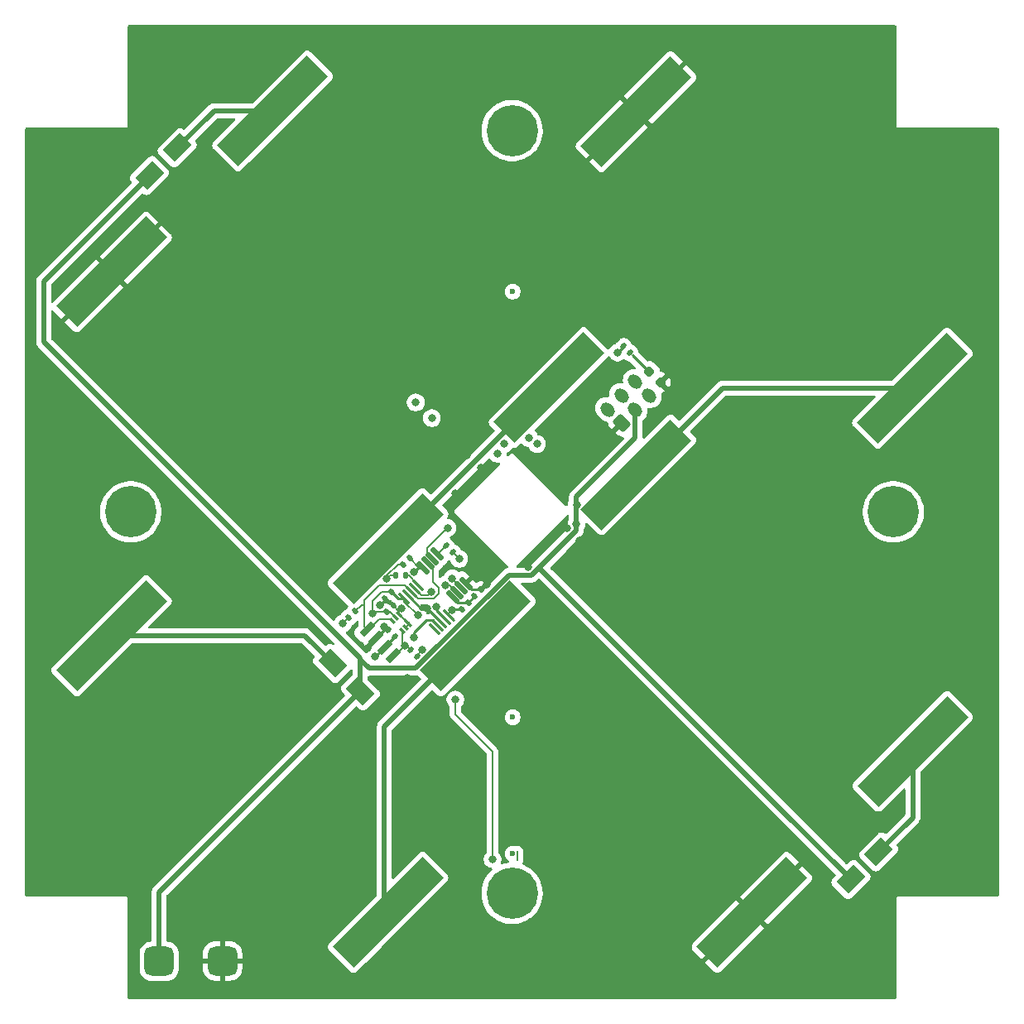
<source format=gbr>
%TF.GenerationSoftware,KiCad,Pcbnew,9.0.0*%
%TF.CreationDate,2025-09-21T20:44:37-07:00*%
%TF.ProjectId,Z_Face_V3,5a5f4661-6365-45f5-9633-2e6b69636164,3.1*%
%TF.SameCoordinates,Original*%
%TF.FileFunction,Copper,L1,Top*%
%TF.FilePolarity,Positive*%
%FSLAX46Y46*%
G04 Gerber Fmt 4.6, Leading zero omitted, Abs format (unit mm)*
G04 Created by KiCad (PCBNEW 9.0.0) date 2025-09-21 20:44:37*
%MOMM*%
%LPD*%
G01*
G04 APERTURE LIST*
G04 Aperture macros list*
%AMRoundRect*
0 Rectangle with rounded corners*
0 $1 Rounding radius*
0 $2 $3 $4 $5 $6 $7 $8 $9 X,Y pos of 4 corners*
0 Add a 4 corners polygon primitive as box body*
4,1,4,$2,$3,$4,$5,$6,$7,$8,$9,$2,$3,0*
0 Add four circle primitives for the rounded corners*
1,1,$1+$1,$2,$3*
1,1,$1+$1,$4,$5*
1,1,$1+$1,$6,$7*
1,1,$1+$1,$8,$9*
0 Add four rect primitives between the rounded corners*
20,1,$1+$1,$2,$3,$4,$5,0*
20,1,$1+$1,$4,$5,$6,$7,0*
20,1,$1+$1,$6,$7,$8,$9,0*
20,1,$1+$1,$8,$9,$2,$3,0*%
%AMHorizOval*
0 Thick line with rounded ends*
0 $1 width*
0 $2 $3 position (X,Y) of the first rounded end (center of the circle)*
0 $4 $5 position (X,Y) of the second rounded end (center of the circle)*
0 Add line between two ends*
20,1,$1,$2,$3,$4,$5,0*
0 Add two circle primitives to create the rounded ends*
1,1,$1,$2,$3*
1,1,$1,$4,$5*%
%AMRotRect*
0 Rectangle, with rotation*
0 The origin of the aperture is its center*
0 $1 length*
0 $2 width*
0 $3 Rotation angle, in degrees counterclockwise*
0 Add horizontal line*
21,1,$1,$2,0,0,$3*%
G04 Aperture macros list end*
%TA.AperFunction,ComponentPad*%
%ADD10C,5.250000*%
%TD*%
%TA.AperFunction,SMDPad,CuDef*%
%ADD11RotRect,2.500000X1.700000X45.000000*%
%TD*%
%TA.AperFunction,SMDPad,CuDef*%
%ADD12RoundRect,0.750000X0.750000X-0.750000X0.750000X0.750000X-0.750000X0.750000X-0.750000X-0.750000X0*%
%TD*%
%TA.AperFunction,SMDPad,CuDef*%
%ADD13RoundRect,0.140000X-0.021213X0.219203X-0.219203X0.021213X0.021213X-0.219203X0.219203X-0.021213X0*%
%TD*%
%TA.AperFunction,SMDPad,CuDef*%
%ADD14RoundRect,0.140000X0.219203X0.021213X0.021213X0.219203X-0.219203X-0.021213X-0.021213X-0.219203X0*%
%TD*%
%TA.AperFunction,SMDPad,CuDef*%
%ADD15RoundRect,0.218750X0.335876X0.026517X0.026517X0.335876X-0.335876X-0.026517X-0.026517X-0.335876X0*%
%TD*%
%TA.AperFunction,SMDPad,CuDef*%
%ADD16RoundRect,0.140000X0.140000X0.170000X-0.140000X0.170000X-0.140000X-0.170000X0.140000X-0.170000X0*%
%TD*%
%TA.AperFunction,SMDPad,CuDef*%
%ADD17RoundRect,0.140000X0.021213X-0.219203X0.219203X-0.021213X-0.021213X0.219203X-0.219203X0.021213X0*%
%TD*%
%TA.AperFunction,SMDPad,CuDef*%
%ADD18RoundRect,0.087500X0.238649X-0.114905X-0.114905X0.238649X-0.238649X0.114905X0.114905X-0.238649X0*%
%TD*%
%TA.AperFunction,SMDPad,CuDef*%
%ADD19RotRect,13.000000X3.000000X45.000000*%
%TD*%
%TA.AperFunction,SMDPad,CuDef*%
%ADD20RoundRect,0.140000X-0.219203X-0.021213X-0.021213X-0.219203X0.219203X0.021213X0.021213X0.219203X0*%
%TD*%
%TA.AperFunction,SMDPad,CuDef*%
%ADD21RoundRect,0.075000X-0.512652X0.406586X0.406586X-0.512652X0.512652X-0.406586X-0.406586X0.512652X0*%
%TD*%
%TA.AperFunction,SMDPad,CuDef*%
%ADD22RotRect,2.500000X1.700000X135.000000*%
%TD*%
%TA.AperFunction,SMDPad,CuDef*%
%ADD23RotRect,1.600000X0.700000X225.000000*%
%TD*%
%TA.AperFunction,SMDPad,CuDef*%
%ADD24RotRect,13.000000X3.000000X225.000000*%
%TD*%
%TA.AperFunction,SMDPad,CuDef*%
%ADD25RoundRect,0.125000X0.574524X-0.397748X-0.397748X0.574524X-0.574524X0.397748X0.397748X-0.574524X0*%
%TD*%
%TA.AperFunction,ComponentPad*%
%ADD26RoundRect,0.250000X0.159099X-0.654074X0.654074X-0.159099X-0.159099X0.654074X-0.654074X0.159099X0*%
%TD*%
%TA.AperFunction,ComponentPad*%
%ADD27HorizOval,1.200000X-0.159099X0.159099X0.159099X-0.159099X0*%
%TD*%
%TA.AperFunction,ComponentPad*%
%ADD28C,0.600000*%
%TD*%
%TA.AperFunction,SMDPad,CuDef*%
%ADD29RoundRect,0.031750X-0.031750X0.476250X-0.031750X-0.476250X0.031750X-0.476250X0.031750X0.476250X0*%
%TD*%
%TA.AperFunction,ViaPad*%
%ADD30C,0.800000*%
%TD*%
%TA.AperFunction,Conductor*%
%ADD31C,0.152400*%
%TD*%
%TA.AperFunction,Conductor*%
%ADD32C,0.500000*%
%TD*%
%TA.AperFunction,Conductor*%
%ADD33C,0.250000*%
%TD*%
%TA.AperFunction,Conductor*%
%ADD34C,0.127000*%
%TD*%
%TA.AperFunction,Conductor*%
%ADD35C,0.254000*%
%TD*%
G04 APERTURE END LIST*
D10*
%TO.P,J4,1,Pin_1*%
%TO.N,unconnected-(J4-Pin_1-Pad1)*%
X110500000Y-85000000D03*
%TD*%
%TO.P,J5,1,Pin_1*%
%TO.N,unconnected-(J5-Pin_1-Pad1)*%
X149500000Y-124000000D03*
%TD*%
%TO.P,J6,1,Pin_1*%
%TO.N,unconnected-(J6-Pin_1-Pad1)*%
X149500000Y-46000000D03*
%TD*%
%TO.P,J7,1,Pin_1*%
%TO.N,unconnected-(J7-Pin_1-Pad1)*%
X188500000Y-85000000D03*
%TD*%
D11*
%TO.P,D2,1,K*%
%TO.N,VSOLAR*%
X112421572Y-50578428D03*
%TO.P,D2,2,A*%
%TO.N,Net-(D2-A)*%
X115250000Y-47750000D03*
%TD*%
D12*
%TO.P,TP1,1,1*%
%TO.N,VSOLAR*%
X113410000Y-130950000D03*
%TD*%
D13*
%TO.P,C5,1*%
%TO.N,+3V3*%
X139000000Y-89700000D03*
%TO.P,C5,2*%
%TO.N,GND*%
X138321178Y-90378822D03*
%TD*%
D14*
%TO.P,C6,1*%
%TO.N,+3V3*%
X137539411Y-97739411D03*
%TO.P,C6,2*%
%TO.N,GND*%
X136860589Y-97060589D03*
%TD*%
D15*
%TO.P,D4,1,K*%
%TO.N,GND*%
X164656847Y-71756847D03*
%TO.P,D4,2,A*%
%TO.N,Net-(D4-A)*%
X163543153Y-70643153D03*
%TD*%
D16*
%TO.P,C3,1*%
%TO.N,Net-(U2-REG)*%
X138580000Y-91500000D03*
%TO.P,C3,2*%
%TO.N,GND*%
X137620000Y-91500000D03*
%TD*%
D17*
%TO.P,R2,1*%
%TO.N,+3V3*%
X132800000Y-95800000D03*
%TO.P,R2,2*%
%TO.N,/SDA*%
X133478822Y-95121178D03*
%TD*%
D18*
%TO.P,U5,1,SCL*%
%TO.N,/SCL*%
X138250260Y-97157367D03*
%TO.P,U5,2,GND*%
%TO.N,GND*%
X138603814Y-96803814D03*
%TO.P,U5,3,ALERT*%
X138957367Y-96450260D03*
%TO.P,U5,4,ADD0*%
X137949740Y-95442633D03*
%TO.P,U5,5,V+*%
%TO.N,+3V3*%
X137596186Y-95796186D03*
%TO.P,U5,6,SDA*%
%TO.N,/SDA*%
X137242633Y-96149740D03*
%TD*%
D19*
%TO.P,SC5,1,+*%
%TO.N,Net-(D3-A)*%
X108537864Y-97657864D03*
%TO.P,SC5,2,-*%
%TO.N,Net-(SC5--)*%
X136822136Y-125942136D03*
%TD*%
D14*
%TO.P,R4,1*%
%TO.N,+3V3*%
X143439411Y-89139411D03*
%TO.P,R4,2*%
%TO.N,Net-(U4-READY)*%
X142760589Y-88460589D03*
%TD*%
D12*
%TO.P,TP2,1,1*%
%TO.N,GND*%
X119890000Y-130920000D03*
%TD*%
D19*
%TO.P,SC3,1,+*%
%TO.N,Net-(D2-A)*%
X125000000Y-43980000D03*
%TO.P,SC3,2,-*%
%TO.N,Net-(SC3--)*%
X153284272Y-72264272D03*
%TD*%
D14*
%TO.P,R3,1*%
%TO.N,+3V3*%
X139778822Y-99778822D03*
%TO.P,R3,2*%
%TO.N,/SCL*%
X139100000Y-99100000D03*
%TD*%
D20*
%TO.P,R1,1*%
%TO.N,+3V3*%
X160896805Y-68053374D03*
%TO.P,R1,2*%
%TO.N,Net-(D4-A)*%
X161575627Y-68732196D03*
%TD*%
D17*
%TO.P,C4,1*%
%TO.N,Net-(U4-EN)*%
X145660589Y-93639411D03*
%TO.P,C4,2*%
%TO.N,GND*%
X146339411Y-92960589D03*
%TD*%
D13*
%TO.P,C2,1*%
%TO.N,+3V3*%
X137139411Y-93160589D03*
%TO.P,C2,2*%
%TO.N,GND*%
X136460589Y-93839411D03*
%TD*%
D21*
%TO.P,U2,1,REG*%
%TO.N,Net-(U2-REG)*%
X139893554Y-92470160D03*
%TO.P,U2,2,SCL*%
%TO.N,/SCL*%
X139540000Y-92823714D03*
%TO.P,U2,3,SDA*%
%TO.N,/SDA*%
X139186447Y-93177267D03*
%TO.P,U2,4,IN/TRIG*%
%TO.N,GND*%
X138832894Y-93530820D03*
%TO.P,U2,5,EN*%
%TO.N,+3V3*%
X138479340Y-93884374D03*
%TO.P,U2,6,VDD/NC*%
%TO.N,unconnected-(U2-VDD{slash}NC-Pad6)*%
X141590610Y-96995644D03*
%TO.P,U2,7,OUT+*%
%TO.N,Net-(U2-OUT+)*%
X141944164Y-96642090D03*
%TO.P,U2,8,GND*%
%TO.N,GND*%
X142297717Y-96288537D03*
%TO.P,U2,9,OUT-*%
%TO.N,Net-(U2-OUT+)*%
X142651270Y-95934984D03*
%TO.P,U2,10,VDD*%
%TO.N,+3V3*%
X143004824Y-95581430D03*
%TD*%
D22*
%TO.P,D3,1,K*%
%TO.N,VSOLAR*%
X133978428Y-103318428D03*
%TO.P,D3,2,A*%
%TO.N,Net-(D3-A)*%
X131150000Y-100490000D03*
%TD*%
D17*
%TO.P,C1,1*%
%TO.N,+3V3*%
X136660589Y-95239411D03*
%TO.P,C1,2*%
%TO.N,GND*%
X137339411Y-94560589D03*
%TD*%
%TO.P,R5,1*%
%TO.N,+3V3*%
X144360589Y-94939411D03*
%TO.P,R5,2*%
%TO.N,Net-(U4-EN)*%
X145039411Y-94260589D03*
%TD*%
D23*
%TO.P,U1,1,SCL*%
%TO.N,/SCL*%
X137383435Y-99710642D03*
%TO.P,U1,2,VDD*%
%TO.N,+3V3*%
X136485409Y-98812617D03*
%TO.P,U1,3,GND*%
%TO.N,GND*%
X135587383Y-97914591D03*
%TO.P,U1,4,SDA*%
%TO.N,/SDA*%
X134689358Y-97016565D03*
%TD*%
D24*
%TO.P,SC4,1,+*%
%TO.N,Net-(SC3--)*%
X136824272Y-88734272D03*
%TO.P,SC4,2,-*%
%TO.N,GND*%
X108540000Y-60450000D03*
%TD*%
D19*
%TO.P,SC6,1,+*%
%TO.N,Net-(SC5--)*%
X145755728Y-97665728D03*
%TO.P,SC6,2,-*%
%TO.N,GND*%
X174040000Y-125950000D03*
%TD*%
D24*
%TO.P,SC2,1,+*%
%TO.N,Net-(SC1--)*%
X190462136Y-72342136D03*
%TO.P,SC2,2,-*%
%TO.N,GND*%
X162177864Y-44057864D03*
%TD*%
D11*
%TO.P,D1,1,K*%
%TO.N,VSOLAR*%
X184161572Y-122588428D03*
%TO.P,D1,2,A*%
%TO.N,Net-(D1-A)*%
X186990000Y-119760000D03*
%TD*%
D25*
%TO.P,U4,1,EN*%
%TO.N,Net-(U4-EN)*%
X143404334Y-93683192D03*
%TO.P,U4,2,SCLOUT*%
%TO.N,/SCL*%
X143863953Y-93223573D03*
%TO.P,U4,3,SCLIN*%
%TO.N,/SCLIN*%
X144323573Y-92763953D03*
%TO.P,U4,4,GND*%
%TO.N,GND*%
X144783192Y-92304334D03*
%TO.P,U4,5,READY*%
%TO.N,Net-(U4-READY)*%
X141795666Y-89316808D03*
%TO.P,U4,6,SDAIN*%
%TO.N,/SDAIN*%
X141336047Y-89776427D03*
%TO.P,U4,7,SDAOUT*%
%TO.N,/SDA*%
X140876427Y-90236047D03*
%TO.P,U4,8,VCC*%
%TO.N,+3V3*%
X140416808Y-90695666D03*
%TD*%
D24*
%TO.P,SC1,1,+*%
%TO.N,Net-(D1-A)*%
X190480000Y-109480000D03*
%TO.P,SC1,2,-*%
%TO.N,Net-(SC1--)*%
X162195728Y-81195728D03*
%TD*%
D26*
%TO.P,J2,1,Pin_1*%
%TO.N,GND*%
X160692893Y-75921320D03*
D27*
%TO.P,J2,2,Pin_2*%
%TO.N,/SDAIN*%
X159278679Y-74507106D03*
%TO.P,J2,3,Pin_3*%
%TO.N,VSOLAR*%
X162107107Y-74507106D03*
%TO.P,J2,4,Pin_4*%
%TO.N,+3V3*%
X160692893Y-73092893D03*
%TO.P,J2,5,Pin_5*%
%TO.N,VSOLAR*%
X163521320Y-73092893D03*
%TO.P,J2,6,Pin_6*%
%TO.N,/SCLIN*%
X162107107Y-71678679D03*
%TD*%
D28*
%TO.P,REF\u002A\u002A,*%
%TO.N,*%
X149564000Y-62462780D03*
X149564000Y-105988780D03*
X149564000Y-119952780D03*
D29*
%TO.P,REF\u002A\u002A,1*%
%TO.N,N/C*%
X150064000Y-120202780D03*
%TD*%
D30*
%TO.N,/SDAIN*%
X148022739Y-79043745D03*
X152050002Y-78050002D03*
%TO.N,/SCLIN*%
X148724272Y-78026354D03*
X151250000Y-77450000D03*
%TO.N,+3V3*%
X141300000Y-75400000D03*
X139650000Y-73800000D03*
%TO.N,GND*%
X171630000Y-123540000D03*
X156400000Y-87900000D03*
X188500000Y-107500000D03*
X108700000Y-77900000D03*
X191700000Y-114800000D03*
X146300313Y-80450313D03*
X164540000Y-46420000D03*
X139200000Y-66200000D03*
X111400000Y-75200000D03*
X160900000Y-101600000D03*
X194000000Y-72600000D03*
X135200000Y-122700000D03*
X142000000Y-81700000D03*
X184500000Y-73700000D03*
X189800000Y-68600000D03*
X168900000Y-76500000D03*
X136450000Y-96750000D03*
X126600000Y-112600000D03*
X136704592Y-91823800D03*
X138208651Y-94845115D03*
X114700000Y-120600000D03*
X135976200Y-94528146D03*
X165550000Y-72650000D03*
X151750000Y-92950000D03*
X145700000Y-91550000D03*
X111040000Y-62950000D03*
X144850000Y-79200000D03*
X163750000Y-76250000D03*
X175000000Y-111000000D03*
X138750000Y-102000000D03*
X134700000Y-98900000D03*
X189000000Y-114900000D03*
X116700000Y-122800000D03*
X140802156Y-94889337D03*
X143674813Y-83075813D03*
X126300000Y-46300000D03*
X146900000Y-92400000D03*
X137700000Y-121700000D03*
X119890000Y-126760000D03*
X166300000Y-52200000D03*
X184500000Y-70900000D03*
X124600000Y-110800000D03*
X160100000Y-67050000D03*
X155135531Y-86635531D03*
X163200000Y-99500000D03*
X131400000Y-53100000D03*
X151135531Y-90600000D03*
X172300000Y-113300000D03*
%TO.N,+3V3*%
X139500000Y-91100000D03*
X160300000Y-68700000D03*
X144100000Y-89800000D03*
X140330122Y-99130122D03*
X139854705Y-95552837D03*
X132200000Y-96400000D03*
X135500000Y-99800000D03*
X143400000Y-95000000D03*
X135200000Y-95400000D03*
%TO.N,VSOLAR*%
X156100000Y-86200000D03*
X156107797Y-84313922D03*
%TO.N,Net-(U2-OUT+)*%
X141780000Y-94680000D03*
X147500000Y-120500000D03*
X143700000Y-104200000D03*
X139500000Y-97800000D03*
%TO.N,/SDAIN*%
X142900000Y-86630426D03*
%TO.N,/SCLIN*%
X143400000Y-91800000D03*
%TO.N,/SCL*%
X138500000Y-98700000D03*
X141200000Y-93200000D03*
X142658472Y-92470925D03*
%TD*%
D31*
%TO.N,+3V3*%
X137139411Y-93160589D02*
X136139411Y-93160589D01*
X136139411Y-93160589D02*
X135200000Y-94100000D01*
X135200000Y-94100000D02*
X135200000Y-95400000D01*
%TO.N,/SDAIN*%
X142900000Y-86630426D02*
X142886291Y-86630426D01*
X142886291Y-86630426D02*
X142865213Y-86651504D01*
X142865213Y-86651504D02*
X142865213Y-86665213D01*
D32*
%TO.N,VSOLAR*%
X152273144Y-90700000D02*
X156100000Y-86873144D01*
X156100000Y-86873144D02*
X156100000Y-86100000D01*
X156100000Y-86100000D02*
X156087874Y-86087874D01*
X156087874Y-83462126D02*
X162107107Y-77442893D01*
X156087874Y-86087874D02*
X156087874Y-83462126D01*
X162107107Y-77442893D02*
X162107107Y-74507106D01*
X133978428Y-100100000D02*
X134878428Y-101000000D01*
X134878428Y-101000000D02*
X139662326Y-101000000D01*
X151523144Y-91450000D02*
X152273144Y-90700000D01*
X139662326Y-101000000D02*
X149212326Y-91450000D01*
X149212326Y-91450000D02*
X151523144Y-91450000D01*
D31*
%TO.N,GND*%
X137949740Y-95442633D02*
X137949740Y-95104026D01*
X137949740Y-95442633D02*
X138957367Y-96450260D01*
D33*
X140944595Y-94935415D02*
X142297717Y-96288537D01*
D31*
X137821178Y-90378822D02*
X138321178Y-90378822D01*
D33*
X144804334Y-92304334D02*
X144783192Y-92304334D01*
D32*
X174040000Y-125950000D02*
X171630000Y-123540000D01*
D31*
X137949740Y-95104026D02*
X138208651Y-94845115D01*
D33*
X136760589Y-97060589D02*
X136860589Y-97060589D01*
D31*
X137620000Y-91500000D02*
X137028392Y-91500000D01*
D32*
X162177864Y-44057864D02*
X164540000Y-46420000D01*
D31*
X137028392Y-91500000D02*
X136704592Y-91823800D01*
D33*
X145558668Y-91550000D02*
X144804334Y-92304334D01*
X138832894Y-93530820D02*
X140242074Y-94940000D01*
X136460589Y-94043757D02*
X135976200Y-94528146D01*
D31*
X136704592Y-91495408D02*
X137821178Y-90378822D01*
D33*
X164656847Y-71756847D02*
X165550000Y-72650000D01*
X140246659Y-94935415D02*
X140944595Y-94935415D01*
D32*
X119890000Y-130920000D02*
X119890000Y-126760000D01*
D33*
X140898517Y-94889337D02*
X140802156Y-94889337D01*
D32*
X135100000Y-98500000D02*
X135101974Y-98500000D01*
D33*
X146328822Y-92950000D02*
X145400000Y-92950000D01*
X146339411Y-92960589D02*
X146900000Y-92400000D01*
X136860589Y-97060589D02*
X136441385Y-97060589D01*
X145700000Y-91550000D02*
X145558668Y-91550000D01*
D32*
X108540000Y-60450000D02*
X111040000Y-62950000D01*
D31*
X137949740Y-95170918D02*
X137339411Y-94560589D01*
D33*
X145400000Y-92921142D02*
X144783192Y-92304334D01*
D31*
X137181767Y-94560589D02*
X136460589Y-93839411D01*
D33*
X140242074Y-94940000D02*
X140246659Y-94935415D01*
D32*
X134700000Y-98900000D02*
X135100000Y-98500000D01*
D33*
X146339411Y-92960589D02*
X146328822Y-92950000D01*
X136441385Y-97060589D02*
X135587383Y-97914591D01*
D31*
X136704592Y-91823800D02*
X136704592Y-91495408D01*
D33*
X136450000Y-96750000D02*
X136760589Y-97060589D01*
D31*
X138603814Y-96803814D02*
X138957367Y-96450260D01*
X137949740Y-95442633D02*
X137949740Y-95170918D01*
X137339411Y-94560589D02*
X137181767Y-94560589D01*
D33*
X142297717Y-96288537D02*
X140898517Y-94889337D01*
X145400000Y-92950000D02*
X145400000Y-92921142D01*
X136460589Y-93839411D02*
X136460589Y-94043757D01*
%TO.N,+3V3*%
X143460589Y-94939411D02*
X143400000Y-95000000D01*
D31*
X139778822Y-99681422D02*
X140330122Y-99130122D01*
D33*
X136485409Y-98812617D02*
X136485409Y-98814591D01*
X139904334Y-90695666D02*
X139500000Y-91100000D01*
D34*
X138479340Y-94177472D02*
X139854705Y-95552837D01*
D33*
X136485409Y-98814591D02*
X135500000Y-99800000D01*
D35*
X160896805Y-68053374D02*
X160896805Y-68103195D01*
D31*
X139778822Y-99778822D02*
X139778822Y-99681422D01*
D33*
X140416808Y-90695666D02*
X139904334Y-90695666D01*
D31*
X139995666Y-90695666D02*
X139000000Y-89700000D01*
X132800000Y-95800000D02*
X132200000Y-96400000D01*
D33*
X143004824Y-95581430D02*
X143004824Y-95575176D01*
X143004824Y-95581430D02*
X143004824Y-95594824D01*
D31*
X143004824Y-95581430D02*
X143004824Y-95395176D01*
X140416808Y-90695666D02*
X139995666Y-90695666D01*
D35*
X160896805Y-68103195D02*
X160300000Y-68700000D01*
D33*
X138479340Y-93884374D02*
X137863196Y-93884374D01*
X143004824Y-95581430D02*
X143511697Y-96088303D01*
D31*
X137596186Y-95796186D02*
X137039411Y-95239411D01*
X143439411Y-89139411D02*
X144100000Y-89800000D01*
D33*
X137863196Y-93884374D02*
X137139411Y-93160589D01*
D34*
X138479340Y-93884374D02*
X138479340Y-94177472D01*
D31*
X136660589Y-95239411D02*
X135360589Y-95239411D01*
X137039411Y-95239411D02*
X136660589Y-95239411D01*
X143004824Y-95395176D02*
X143400000Y-95000000D01*
X135360589Y-95239411D02*
X135200000Y-95400000D01*
D33*
X136485409Y-98793413D02*
X137539411Y-97739411D01*
X136485409Y-98812617D02*
X136485409Y-98793413D01*
X144360589Y-94939411D02*
X143460589Y-94939411D01*
D32*
%TO.N,VSOLAR*%
X176236572Y-114663428D02*
X152273144Y-90700000D01*
X176236572Y-114663428D02*
X184161572Y-122588428D01*
X133978428Y-103318428D02*
X133978428Y-100100000D01*
X101600000Y-67600000D02*
X101600000Y-61400000D01*
X113410000Y-124310000D02*
X113410000Y-123990000D01*
X133978428Y-103318428D02*
X113410000Y-123886856D01*
X101600000Y-61400000D02*
X112421572Y-50578428D01*
X162400000Y-74799999D02*
X162107107Y-74507106D01*
X113410000Y-130950000D02*
X113410000Y-124310000D01*
X133978428Y-100100000D02*
X133978428Y-99978428D01*
X113410000Y-123886856D02*
X113410000Y-124310000D01*
X133978428Y-99978428D02*
X101600000Y-67600000D01*
D33*
%TO.N,Net-(U4-EN)*%
X143972688Y-94251546D02*
X145030368Y-94251546D01*
X143404334Y-93683192D02*
X143972688Y-94251546D01*
X145039411Y-94260589D02*
X145660589Y-93639411D01*
X145030368Y-94251546D02*
X145039411Y-94260589D01*
D31*
%TO.N,Net-(U2-REG)*%
X138923394Y-91500000D02*
X138580000Y-91500000D01*
X139893554Y-92470160D02*
X138923394Y-91500000D01*
D32*
%TO.N,Net-(D1-A)*%
X190480000Y-109480000D02*
X190480000Y-116270000D01*
X190480000Y-116270000D02*
X186990000Y-119760000D01*
%TO.N,Net-(D2-A)*%
X125000000Y-43980000D02*
X119020000Y-43980000D01*
X119020000Y-43980000D02*
X115250000Y-47750000D01*
%TO.N,Net-(D3-A)*%
X108537864Y-97657864D02*
X128317864Y-97657864D01*
X128317864Y-97657864D02*
X131150000Y-100490000D01*
D33*
%TO.N,Net-(D4-A)*%
X161819579Y-68976149D02*
X163486584Y-70643153D01*
D32*
%TO.N,Net-(SC1--)*%
X190462136Y-72342136D02*
X171049320Y-72342136D01*
X171049320Y-72342136D02*
X162195728Y-81195728D01*
%TO.N,Net-(SC3--)*%
X136824272Y-88734272D02*
X136824272Y-88724272D01*
X136824272Y-88724272D02*
X153284272Y-72264272D01*
%TO.N,Net-(SC5--)*%
X136443959Y-125563959D02*
X136443959Y-106986041D01*
X136443959Y-106986041D02*
X145755728Y-97674272D01*
X145755728Y-97674272D02*
X145755728Y-97665728D01*
X136822136Y-125942136D02*
X136443959Y-125563959D01*
D34*
%TO.N,Net-(U2-OUT+)*%
X147500000Y-109500000D02*
X147500000Y-120500000D01*
D35*
X139500000Y-97350000D02*
X140771478Y-96078522D01*
D34*
X143700000Y-104200000D02*
X143700000Y-105700000D01*
D35*
X141380596Y-96078522D02*
X141944164Y-96642090D01*
D33*
X142651270Y-95934984D02*
X141780000Y-95063714D01*
D35*
X139500000Y-97800000D02*
X139500000Y-97350000D01*
X140771478Y-96078522D02*
X141380596Y-96078522D01*
D34*
X143700000Y-105700000D02*
X147500000Y-109500000D01*
D33*
X141780000Y-95063714D02*
X141780000Y-94680000D01*
D31*
%TO.N,/SDAIN*%
X142900000Y-86630426D02*
X142865213Y-86665213D01*
X142865213Y-86665213D02*
X140816493Y-88713933D01*
X140816493Y-89256873D02*
X141336047Y-89776427D01*
X140816493Y-88713933D02*
X140816493Y-89256873D01*
%TO.N,/SCLIN*%
X143400000Y-91840380D02*
X144323573Y-92763953D01*
X143400000Y-91800000D02*
X143400000Y-91840380D01*
%TO.N,/SDA*%
X141995981Y-92766140D02*
X141395981Y-92166140D01*
X138509180Y-92500000D02*
X135900000Y-92500000D01*
X139886380Y-93877200D02*
X139186447Y-93177267D01*
X141395981Y-90755601D02*
X140876427Y-90236047D01*
X139186447Y-93177267D02*
X138509180Y-92500000D01*
X141995981Y-93361725D02*
X141480506Y-93877200D01*
X135900000Y-92500000D02*
X134400000Y-94000000D01*
X141995981Y-93361725D02*
X141995981Y-92766140D01*
X135900000Y-96000000D02*
X134883435Y-97016565D01*
X134400000Y-96727207D02*
X134689358Y-97016565D01*
X134400000Y-94500000D02*
X134400000Y-96727207D01*
X134400000Y-94000000D02*
X134400000Y-94500000D01*
X134400000Y-94500000D02*
X134100000Y-94500000D01*
X141480506Y-93877200D02*
X139886380Y-93877200D01*
X134100000Y-94500000D02*
X133478822Y-95121178D01*
X135900000Y-96000000D02*
X137092893Y-96000000D01*
X141395981Y-92166140D02*
X141395981Y-90755601D01*
X137092893Y-96000000D02*
X137242633Y-96149740D01*
X134883435Y-97016565D02*
X134689358Y-97016565D01*
%TO.N,/SCL*%
X138500000Y-98700000D02*
X138494077Y-98700000D01*
X140216286Y-93500000D02*
X140900000Y-93500000D01*
X140216286Y-93500000D02*
X139540000Y-92823714D01*
X140900000Y-93500000D02*
X141200000Y-93200000D01*
X138700000Y-98700000D02*
X139100000Y-99100000D01*
X138500000Y-98700000D02*
X138700000Y-98700000D01*
X143863953Y-93223573D02*
X143111305Y-92470925D01*
X138250260Y-98450260D02*
X138500000Y-98700000D01*
X138250260Y-97157367D02*
X138250260Y-98450260D01*
X138494077Y-98700000D02*
X137983435Y-99210642D01*
X143111305Y-92470925D02*
X142658472Y-92470925D01*
%TO.N,Net-(U4-READY)*%
X141795666Y-89316808D02*
X141904370Y-89316808D01*
X141904370Y-89316808D02*
X142760589Y-88460589D01*
%TD*%
%TA.AperFunction,Conductor*%
%TO.N,GND*%
G36*
X133765097Y-96109326D02*
G01*
X133807481Y-96166283D01*
X133815300Y-96209978D01*
X133815300Y-96624330D01*
X133795298Y-96692451D01*
X133778395Y-96713425D01*
X133482244Y-97009575D01*
X133482222Y-97009599D01*
X133444011Y-97057016D01*
X133383266Y-97190028D01*
X133368420Y-97293285D01*
X133362457Y-97334763D01*
X133383266Y-97479497D01*
X133444009Y-97612506D01*
X133482229Y-97659935D01*
X133482234Y-97659940D01*
X133482243Y-97659950D01*
X134045972Y-98223679D01*
X134045981Y-98223687D01*
X134045988Y-98223694D01*
X134093417Y-98261914D01*
X134222034Y-98320651D01*
X134275689Y-98367143D01*
X134284304Y-98382920D01*
X134342459Y-98510257D01*
X134380639Y-98557637D01*
X134380656Y-98557656D01*
X134482881Y-98659881D01*
X134482883Y-98659881D01*
X135318683Y-97824081D01*
X135380995Y-97790055D01*
X135451810Y-97795120D01*
X135496873Y-97824081D01*
X135677892Y-98005100D01*
X135711918Y-98067412D01*
X135706853Y-98138227D01*
X135677892Y-98183290D01*
X134842092Y-99019090D01*
X134842092Y-99029145D01*
X134864024Y-99069310D01*
X134858959Y-99140125D01*
X134830000Y-99185187D01*
X134794320Y-99220867D01*
X134794319Y-99220869D01*
X134694897Y-99369664D01*
X134694894Y-99369670D01*
X134693086Y-99374036D01*
X134648534Y-99429313D01*
X134581169Y-99451729D01*
X134512379Y-99434166D01*
X134487586Y-99414904D01*
X132514384Y-97441703D01*
X132480359Y-97379391D01*
X132485423Y-97308576D01*
X132527970Y-97251740D01*
X132555258Y-97236200D01*
X132630336Y-97205102D01*
X132779135Y-97105678D01*
X132905678Y-96979135D01*
X133005102Y-96830336D01*
X133073587Y-96665000D01*
X133073588Y-96664992D01*
X133074889Y-96660708D01*
X133113801Y-96601325D01*
X133134765Y-96586863D01*
X133205414Y-96548024D01*
X133205414Y-96548023D01*
X133205421Y-96548020D01*
X133233468Y-96524066D01*
X133524066Y-96233468D01*
X133548020Y-96205421D01*
X133578886Y-96149275D01*
X133629231Y-96099219D01*
X133698647Y-96084325D01*
X133765097Y-96109326D01*
G37*
%TD.AperFunction*%
%TA.AperFunction,Conductor*%
G36*
X138643367Y-95888772D02*
G01*
X138992016Y-96237421D01*
X138996424Y-96245493D01*
X139003789Y-96251007D01*
X139013172Y-96276165D01*
X139026042Y-96299733D01*
X139025385Y-96308909D01*
X139028600Y-96317527D01*
X139022892Y-96343763D01*
X139020977Y-96370548D01*
X139015065Y-96379746D01*
X139013509Y-96386901D01*
X138992016Y-96415611D01*
X138922718Y-96484909D01*
X138860406Y-96518935D01*
X138789591Y-96513870D01*
X138744528Y-96484909D01*
X138448083Y-96188464D01*
X138414057Y-96126152D01*
X138415279Y-96074980D01*
X138414416Y-96074867D01*
X138415473Y-96066830D01*
X138415476Y-96066742D01*
X138415489Y-96066689D01*
X138415494Y-96066678D01*
X138429351Y-95961418D01*
X138458071Y-95896495D01*
X138517336Y-95857402D01*
X138588328Y-95856557D01*
X138643367Y-95888772D01*
G37*
%TD.AperFunction*%
%TA.AperFunction,Conductor*%
G36*
X140754325Y-94464491D02*
G01*
X140763432Y-94463182D01*
X140787857Y-94474337D01*
X140813621Y-94481902D01*
X140819645Y-94488855D01*
X140828012Y-94492676D01*
X140842526Y-94515261D01*
X140860114Y-94535558D01*
X140862438Y-94546244D01*
X140866396Y-94552402D01*
X140871500Y-94587900D01*
X140871500Y-94590521D01*
X140871500Y-94769479D01*
X140905149Y-94938647D01*
X140906414Y-94945003D01*
X140919617Y-94976878D01*
X140974898Y-95110336D01*
X141056118Y-95231891D01*
X141066227Y-95247020D01*
X141069312Y-95256874D01*
X141076076Y-95264680D01*
X141079743Y-95290186D01*
X141087442Y-95314773D01*
X141084710Y-95324731D01*
X141086180Y-95334954D01*
X141075475Y-95358392D01*
X141068659Y-95383240D01*
X141060975Y-95390141D01*
X141056686Y-95399534D01*
X141035010Y-95413463D01*
X141015841Y-95430683D01*
X141004057Y-95433356D01*
X140996960Y-95437918D01*
X140961462Y-95443022D01*
X140862565Y-95443022D01*
X140794444Y-95423020D01*
X140747951Y-95369364D01*
X140738987Y-95341608D01*
X140728292Y-95287837D01*
X140659807Y-95122501D01*
X140560383Y-94973702D01*
X140433840Y-94847159D01*
X140285041Y-94747735D01*
X140180201Y-94704308D01*
X140124922Y-94659760D01*
X140102501Y-94592396D01*
X140120060Y-94523605D01*
X140172022Y-94475227D01*
X140228421Y-94461900D01*
X140745500Y-94461900D01*
X140754325Y-94464491D01*
G37*
%TD.AperFunction*%
%TA.AperFunction,Conductor*%
G36*
X136625889Y-93778276D02*
G01*
X136670950Y-93807235D01*
X136748370Y-93884655D01*
X136776416Y-93908609D01*
X136897148Y-93974982D01*
X136919998Y-93987544D01*
X136920000Y-93987545D01*
X137086378Y-94030264D01*
X137085659Y-94033063D01*
X137138166Y-94055949D01*
X137146403Y-94063486D01*
X137328405Y-94245488D01*
X137402363Y-94319446D01*
X137406771Y-94327519D01*
X137414135Y-94333032D01*
X137423517Y-94358188D01*
X137436388Y-94381758D01*
X137435731Y-94390934D01*
X137438946Y-94399552D01*
X137433238Y-94425788D01*
X137431323Y-94452574D01*
X137425411Y-94461772D01*
X137423855Y-94468926D01*
X137402362Y-94497636D01*
X137307237Y-94592761D01*
X137244925Y-94626787D01*
X137174110Y-94621722D01*
X137129047Y-94592761D01*
X137051633Y-94515347D01*
X137026087Y-94493529D01*
X137023584Y-94491391D01*
X136897461Y-94422054D01*
X136880001Y-94412455D01*
X136879999Y-94412454D01*
X136721307Y-94371709D01*
X136721301Y-94371708D01*
X136721300Y-94371708D01*
X136685866Y-94371708D01*
X136617745Y-94351706D01*
X136596770Y-94334803D01*
X136370078Y-94108110D01*
X136365669Y-94100036D01*
X136358306Y-94094524D01*
X136348923Y-94069367D01*
X136336053Y-94045798D01*
X136336709Y-94036621D01*
X136333495Y-94028004D01*
X136339202Y-94001767D01*
X136341118Y-93974982D01*
X136347029Y-93965783D01*
X136348586Y-93958630D01*
X136370079Y-93929920D01*
X136492762Y-93807237D01*
X136555074Y-93773211D01*
X136625889Y-93778276D01*
G37*
%TD.AperFunction*%
%TA.AperFunction,Conductor*%
G36*
X147213964Y-79511425D02*
G01*
X147270800Y-79553972D01*
X147274697Y-79559478D01*
X147317061Y-79622880D01*
X147443604Y-79749423D01*
X147592403Y-79848847D01*
X147757739Y-79917332D01*
X147933260Y-79952245D01*
X147933261Y-79952245D01*
X148112217Y-79952245D01*
X148112218Y-79952245D01*
X148144216Y-79945880D01*
X148214930Y-79952206D01*
X148270998Y-79995759D01*
X148294619Y-80062711D01*
X148278294Y-80131805D01*
X148257895Y-80158553D01*
X144617488Y-83798962D01*
X143661426Y-84755024D01*
X143633225Y-84783225D01*
X143605024Y-84811425D01*
X143605023Y-84811426D01*
X143574500Y-84885117D01*
X143574500Y-84964882D01*
X143605023Y-85038573D01*
X143605026Y-85038577D01*
X149071300Y-90504850D01*
X149105326Y-90567162D01*
X149100261Y-90637977D01*
X149057714Y-90694813D01*
X149006792Y-90717523D01*
X148991081Y-90720648D01*
X148991076Y-90720650D01*
X148853042Y-90777826D01*
X148728809Y-90860835D01*
X148728803Y-90860840D01*
X146573328Y-93016316D01*
X146565255Y-93020724D01*
X146559742Y-93028089D01*
X146534583Y-93037472D01*
X146511016Y-93050342D01*
X146501839Y-93049685D01*
X146493222Y-93052900D01*
X146466985Y-93047192D01*
X146440201Y-93045277D01*
X146431002Y-93039365D01*
X146423848Y-93037809D01*
X146395138Y-93016316D01*
X146248901Y-92870079D01*
X146214875Y-92807767D01*
X146219940Y-92736952D01*
X146248901Y-92691889D01*
X146715973Y-92224816D01*
X146715972Y-92224815D01*
X146702114Y-92212979D01*
X146702103Y-92212971D01*
X146558641Y-92134104D01*
X146558636Y-92134102D01*
X146400065Y-92093387D01*
X146400057Y-92093386D01*
X146236339Y-92093386D01*
X146236330Y-92093387D01*
X146077758Y-92134102D01*
X146077753Y-92134104D01*
X145934288Y-92212973D01*
X145934277Y-92212981D01*
X145930900Y-92215866D01*
X145866109Y-92244895D01*
X145795910Y-92234287D01*
X145759977Y-92209147D01*
X145495955Y-91945124D01*
X145125784Y-92315294D01*
X145117710Y-92319702D01*
X145112198Y-92327066D01*
X145087041Y-92336448D01*
X145063472Y-92349319D01*
X145054295Y-92348662D01*
X145045678Y-92351877D01*
X145019441Y-92346169D01*
X144992656Y-92344254D01*
X144983457Y-92338342D01*
X144976304Y-92336786D01*
X144947594Y-92315293D01*
X144772231Y-92139930D01*
X144738205Y-92077618D01*
X144743270Y-92006803D01*
X144772231Y-91961739D01*
X145142401Y-91591569D01*
X144787864Y-91237032D01*
X144787834Y-91237004D01*
X144760466Y-91213629D01*
X144760464Y-91213627D01*
X144620324Y-91136585D01*
X144620321Y-91136584D01*
X144465409Y-91096810D01*
X144305480Y-91096810D01*
X144150566Y-91136584D01*
X144150559Y-91136587D01*
X144150100Y-91136840D01*
X144149698Y-91136928D01*
X144143198Y-91139502D01*
X144142782Y-91138452D01*
X144080767Y-91152118D01*
X144014180Y-91127486D01*
X144000323Y-91115510D01*
X143979137Y-91094324D01*
X143979135Y-91094322D01*
X143830336Y-90994898D01*
X143713429Y-90946473D01*
X143665003Y-90926414D01*
X143665001Y-90926413D01*
X143665000Y-90926413D01*
X143576645Y-90908838D01*
X143489481Y-90891500D01*
X143489479Y-90891500D01*
X143310521Y-90891500D01*
X143310518Y-90891500D01*
X143179771Y-90917507D01*
X143135000Y-90926413D01*
X143134999Y-90926413D01*
X143134996Y-90926414D01*
X143003902Y-90980716D01*
X142980444Y-90990433D01*
X142969662Y-90994899D01*
X142820869Y-91094319D01*
X142820862Y-91094324D01*
X142694324Y-91220862D01*
X142694319Y-91220869D01*
X142594897Y-91369664D01*
X142594897Y-91369665D01*
X142535981Y-91511897D01*
X142491432Y-91567177D01*
X142444156Y-91587256D01*
X142423255Y-91591413D01*
X142393472Y-91597338D01*
X142393470Y-91597338D01*
X142393469Y-91597339D01*
X142228135Y-91665823D01*
X142176682Y-91700203D01*
X142108929Y-91721417D01*
X142040462Y-91702633D01*
X141993019Y-91649815D01*
X141980681Y-91595437D01*
X141980681Y-91017558D01*
X141984481Y-91002752D01*
X141983635Y-90990433D01*
X141996262Y-90956866D01*
X142000120Y-90949847D01*
X142049837Y-90900125D01*
X142109116Y-90867537D01*
X142136507Y-90844143D01*
X142403762Y-90576887D01*
X142427157Y-90549496D01*
X142459745Y-90490216D01*
X142509458Y-90440504D01*
X142568735Y-90407918D01*
X142596126Y-90384524D01*
X142863381Y-90117268D01*
X142886776Y-90089877D01*
X142945706Y-89982682D01*
X142952229Y-89976196D01*
X142955469Y-89967586D01*
X142977011Y-89951555D01*
X142996051Y-89932624D01*
X143005045Y-89930694D01*
X143012426Y-89925202D01*
X143039212Y-89923363D01*
X143065468Y-89917730D01*
X143075952Y-89920841D01*
X143083256Y-89920340D01*
X143116823Y-89932969D01*
X143158954Y-89956131D01*
X143209012Y-90006476D01*
X143221830Y-90041960D01*
X143226413Y-90065000D01*
X143294898Y-90230336D01*
X143394322Y-90379135D01*
X143520865Y-90505678D01*
X143669664Y-90605102D01*
X143835000Y-90673587D01*
X144010521Y-90708500D01*
X144010522Y-90708500D01*
X144189478Y-90708500D01*
X144189479Y-90708500D01*
X144365000Y-90673587D01*
X144530336Y-90605102D01*
X144679135Y-90505678D01*
X144805678Y-90379135D01*
X144905102Y-90230336D01*
X144973587Y-90065000D01*
X145008500Y-89889479D01*
X145008500Y-89710521D01*
X144973587Y-89535000D01*
X144905102Y-89369664D01*
X144805678Y-89220865D01*
X144679135Y-89094322D01*
X144530336Y-88994898D01*
X144365001Y-88926413D01*
X144356863Y-88924794D01*
X144341961Y-88921830D01*
X144279054Y-88888923D01*
X144256132Y-88858955D01*
X144187431Y-88733990D01*
X144163477Y-88705943D01*
X144163466Y-88705932D01*
X144163456Y-88705921D01*
X143872900Y-88415365D01*
X143872888Y-88415354D01*
X143872879Y-88415345D01*
X143844832Y-88391391D01*
X143844831Y-88391390D01*
X143778490Y-88354919D01*
X143701251Y-88312456D01*
X143701248Y-88312455D01*
X143701246Y-88312454D01*
X143701248Y-88312454D01*
X143682948Y-88307756D01*
X143621942Y-88271441D01*
X143592243Y-88217051D01*
X143587544Y-88198749D01*
X143530008Y-88094093D01*
X143508612Y-88055173D01*
X143508610Y-88055170D01*
X143508609Y-88055168D01*
X143484655Y-88027121D01*
X143484644Y-88027110D01*
X143484634Y-88027099D01*
X143194078Y-87736543D01*
X143194066Y-87736532D01*
X143194057Y-87736523D01*
X143166010Y-87712569D01*
X143166008Y-87712568D01*
X143161114Y-87708388D01*
X143162173Y-87707147D01*
X143122597Y-87658249D01*
X143114858Y-87587675D01*
X143146502Y-87524121D01*
X143190683Y-87493374D01*
X143330336Y-87435528D01*
X143479135Y-87336104D01*
X143605678Y-87209561D01*
X143705102Y-87060762D01*
X143773587Y-86895426D01*
X143808500Y-86719905D01*
X143808500Y-86540947D01*
X143773587Y-86365426D01*
X143705102Y-86200090D01*
X143605678Y-86051291D01*
X143479135Y-85924748D01*
X143330336Y-85825324D01*
X143195960Y-85769663D01*
X143165003Y-85756840D01*
X143165001Y-85756839D01*
X143165000Y-85756839D01*
X143076645Y-85739264D01*
X142989481Y-85721926D01*
X142989479Y-85721926D01*
X142978868Y-85721926D01*
X142910747Y-85701924D01*
X142864254Y-85648268D01*
X142854150Y-85577994D01*
X142880760Y-85516864D01*
X142913303Y-85476481D01*
X142974045Y-85343472D01*
X142974046Y-85343467D01*
X142994855Y-85198741D01*
X142994855Y-85198734D01*
X142974046Y-85054008D01*
X142974045Y-85054005D01*
X142966999Y-85038577D01*
X142913303Y-84920995D01*
X142875082Y-84873567D01*
X142875080Y-84873564D01*
X142400465Y-84398949D01*
X142366439Y-84336637D01*
X142371504Y-84265822D01*
X142400463Y-84220761D01*
X147080839Y-79540384D01*
X147143149Y-79506360D01*
X147213964Y-79511425D01*
G37*
%TD.AperFunction*%
%TA.AperFunction,Conductor*%
G36*
X155247406Y-85290310D02*
G01*
X155304242Y-85332857D01*
X155329053Y-85399377D01*
X155329374Y-85408366D01*
X155329374Y-85679844D01*
X155309372Y-85747965D01*
X155308141Y-85749844D01*
X155294898Y-85769663D01*
X155226414Y-85934996D01*
X155191500Y-86110518D01*
X155191500Y-86289481D01*
X155208383Y-86374355D01*
X155226413Y-86465000D01*
X155255424Y-86535039D01*
X155263013Y-86605627D01*
X155231234Y-86669114D01*
X155228110Y-86672351D01*
X151789629Y-90110834D01*
X151245868Y-90654595D01*
X151183556Y-90688621D01*
X151156773Y-90691500D01*
X150046240Y-90691500D01*
X149978119Y-90671498D01*
X149931626Y-90617842D01*
X149921522Y-90547568D01*
X149951016Y-90482988D01*
X149957145Y-90476405D01*
X155114279Y-85319271D01*
X155176591Y-85285245D01*
X155247406Y-85290310D01*
G37*
%TD.AperFunction*%
%TA.AperFunction,Conductor*%
G36*
X159425604Y-69067553D02*
G01*
X159482440Y-69110100D01*
X159492693Y-69126210D01*
X159494896Y-69130332D01*
X159494898Y-69130336D01*
X159594322Y-69279135D01*
X159720865Y-69405678D01*
X159869664Y-69505102D01*
X160035000Y-69573587D01*
X160210521Y-69608500D01*
X160210522Y-69608500D01*
X160389478Y-69608500D01*
X160389479Y-69608500D01*
X160565000Y-69573587D01*
X160730336Y-69505102D01*
X160879135Y-69405678D01*
X160896260Y-69388552D01*
X160958568Y-69354528D01*
X161029384Y-69359591D01*
X161074449Y-69388553D01*
X161142137Y-69456241D01*
X161142148Y-69456251D01*
X161142159Y-69456262D01*
X161170206Y-69480216D01*
X161313787Y-69559151D01*
X161313789Y-69559151D01*
X161313790Y-69559152D01*
X161370003Y-69573585D01*
X161472489Y-69599899D01*
X161495235Y-69599899D01*
X161563356Y-69619901D01*
X161584330Y-69636804D01*
X162145252Y-70197726D01*
X162179278Y-70260038D01*
X162174213Y-70330853D01*
X162131666Y-70387689D01*
X162065146Y-70412500D01*
X162040183Y-70411430D01*
X162040181Y-70411468D01*
X162039121Y-70411384D01*
X162036448Y-70411270D01*
X162035249Y-70411080D01*
X161860767Y-70411080D01*
X161688434Y-70438375D01*
X161688431Y-70438375D01*
X161688430Y-70438376D01*
X161522495Y-70492290D01*
X161522489Y-70492293D01*
X161367024Y-70571507D01*
X161225866Y-70674065D01*
X161225863Y-70674067D01*
X161102495Y-70797435D01*
X161102493Y-70797438D01*
X160999935Y-70938596D01*
X160920721Y-71094061D01*
X160920718Y-71094067D01*
X160872859Y-71241366D01*
X160866803Y-71260006D01*
X160855994Y-71328255D01*
X160839508Y-71432342D01*
X160839508Y-71606819D01*
X160853493Y-71695120D01*
X160844393Y-71765531D01*
X160798671Y-71819845D01*
X160730843Y-71840817D01*
X160709334Y-71839279D01*
X160669826Y-71833021D01*
X160621035Y-71825294D01*
X160446553Y-71825294D01*
X160274220Y-71852589D01*
X160274217Y-71852589D01*
X160274216Y-71852590D01*
X160108281Y-71906504D01*
X160108275Y-71906507D01*
X159952810Y-71985721D01*
X159811652Y-72088279D01*
X159811649Y-72088281D01*
X159688281Y-72211649D01*
X159688279Y-72211652D01*
X159585721Y-72352810D01*
X159506507Y-72508275D01*
X159506504Y-72508281D01*
X159452590Y-72674216D01*
X159452589Y-72674220D01*
X159428475Y-72826475D01*
X159425294Y-72846556D01*
X159425294Y-73021032D01*
X159439279Y-73109333D01*
X159430179Y-73179744D01*
X159384457Y-73234058D01*
X159316629Y-73255030D01*
X159295120Y-73253492D01*
X159255612Y-73247234D01*
X159206821Y-73239507D01*
X159032339Y-73239507D01*
X158860006Y-73266802D01*
X158860003Y-73266802D01*
X158860002Y-73266803D01*
X158694067Y-73320717D01*
X158694061Y-73320720D01*
X158538596Y-73399934D01*
X158397438Y-73502492D01*
X158397435Y-73502494D01*
X158274067Y-73625862D01*
X158274065Y-73625865D01*
X158171507Y-73767023D01*
X158092293Y-73922488D01*
X158092290Y-73922494D01*
X158038376Y-74088429D01*
X158038375Y-74088433D01*
X158011080Y-74260766D01*
X158011080Y-74435248D01*
X158038375Y-74607581D01*
X158038376Y-74607584D01*
X158071164Y-74708499D01*
X158092292Y-74773524D01*
X158171506Y-74928988D01*
X158274063Y-75070146D01*
X158274065Y-75070148D01*
X158274067Y-75070151D01*
X158715633Y-75511717D01*
X158715636Y-75511719D01*
X158715639Y-75511722D01*
X158856797Y-75614279D01*
X159012261Y-75693493D01*
X159178204Y-75747410D01*
X159178206Y-75747410D01*
X159183015Y-75748565D01*
X159182626Y-75750182D01*
X159240217Y-75777462D01*
X159277762Y-75837719D01*
X159278941Y-75843721D01*
X159279126Y-75843678D01*
X159321682Y-76023230D01*
X159321685Y-76023239D01*
X159401204Y-76181580D01*
X159467113Y-76262487D01*
X159729813Y-76525187D01*
X160269971Y-75985029D01*
X160296856Y-76085364D01*
X160352809Y-76182276D01*
X160431937Y-76261404D01*
X160528849Y-76317357D01*
X160629181Y-76344240D01*
X160089024Y-76884398D01*
X160351725Y-77147099D01*
X160432632Y-77213008D01*
X160590973Y-77292527D01*
X160590982Y-77292530D01*
X160763389Y-77333393D01*
X160763394Y-77333394D01*
X160839734Y-77333394D01*
X160907855Y-77353396D01*
X160954348Y-77407052D01*
X160964452Y-77477326D01*
X160934958Y-77541906D01*
X160928829Y-77548489D01*
X155498714Y-82978603D01*
X155498709Y-82978609D01*
X155498708Y-82978611D01*
X155415700Y-83102842D01*
X155382136Y-83183875D01*
X155368318Y-83217234D01*
X155358523Y-83240880D01*
X155329374Y-83387416D01*
X155329374Y-83805435D01*
X155309372Y-83873556D01*
X155308142Y-83875433D01*
X155302696Y-83883583D01*
X155234211Y-84048918D01*
X155199297Y-84224440D01*
X155199297Y-84264582D01*
X155179295Y-84332703D01*
X155125639Y-84379196D01*
X155055365Y-84389300D01*
X154990785Y-84359806D01*
X154985017Y-84354486D01*
X149616471Y-79082915D01*
X149616468Y-79082911D01*
X149616078Y-79082528D01*
X149588574Y-79055024D01*
X149587703Y-79054662D01*
X149587026Y-79053998D01*
X149551392Y-79039617D01*
X149551392Y-79039616D01*
X149550751Y-79039357D01*
X149514882Y-79024500D01*
X149513933Y-79024500D01*
X149513053Y-79024145D01*
X149513049Y-79024145D01*
X149474662Y-79024494D01*
X149474105Y-79024500D01*
X149435118Y-79024500D01*
X149434240Y-79024863D01*
X149433292Y-79024872D01*
X149433285Y-79024875D01*
X149397961Y-79039884D01*
X149397958Y-79039885D01*
X149397957Y-79039884D01*
X149397300Y-79040163D01*
X149361426Y-79055024D01*
X149360754Y-79055695D01*
X149359882Y-79056066D01*
X149359877Y-79056070D01*
X149359876Y-79056071D01*
X149332970Y-79083471D01*
X149332165Y-79084283D01*
X149137547Y-79278901D01*
X149075235Y-79312927D01*
X149004420Y-79307862D01*
X148947584Y-79265315D01*
X148922773Y-79198795D01*
X148922599Y-79183718D01*
X148923050Y-79174392D01*
X148931239Y-79133224D01*
X148931239Y-79005119D01*
X148931386Y-79002081D01*
X148942064Y-78971301D01*
X148951241Y-78940048D01*
X148953622Y-78937984D01*
X148954656Y-78935006D01*
X148980277Y-78914887D01*
X149004897Y-78893555D01*
X149008991Y-78891772D01*
X149154608Y-78831456D01*
X149303407Y-78732032D01*
X149429950Y-78605489D01*
X149517804Y-78474005D01*
X149572278Y-78428480D01*
X149640498Y-78419292D01*
X149701562Y-78428072D01*
X149748736Y-78434855D01*
X149748738Y-78434855D01*
X149748741Y-78434855D01*
X149893467Y-78414046D01*
X149893469Y-78414045D01*
X149893472Y-78414045D01*
X150015101Y-78358500D01*
X150026475Y-78353306D01*
X150026476Y-78353305D01*
X150026481Y-78353303D01*
X150073910Y-78315082D01*
X150362993Y-78025997D01*
X150425306Y-77991973D01*
X150496121Y-77997037D01*
X150541184Y-78025997D01*
X150544321Y-78029134D01*
X150544322Y-78029135D01*
X150670865Y-78155678D01*
X150819664Y-78255102D01*
X150956628Y-78311835D01*
X150984997Y-78323586D01*
X150984998Y-78323586D01*
X150985000Y-78323587D01*
X151131423Y-78352712D01*
X151194333Y-78385620D01*
X151223250Y-78428070D01*
X151244900Y-78480338D01*
X151344324Y-78629137D01*
X151470867Y-78755680D01*
X151619666Y-78855104D01*
X151785002Y-78923589D01*
X151960523Y-78958502D01*
X151960524Y-78958502D01*
X152139480Y-78958502D01*
X152139481Y-78958502D01*
X152315002Y-78923589D01*
X152480338Y-78855104D01*
X152629137Y-78755680D01*
X152755680Y-78629137D01*
X152855104Y-78480338D01*
X152923589Y-78315002D01*
X152958502Y-78139481D01*
X152958502Y-77960523D01*
X152923589Y-77785002D01*
X152855104Y-77619666D01*
X152755680Y-77470867D01*
X152629137Y-77344324D01*
X152480338Y-77244900D01*
X152315002Y-77176415D01*
X152235357Y-77160572D01*
X152168577Y-77147289D01*
X152105668Y-77114381D01*
X152076750Y-77071928D01*
X152055102Y-77019664D01*
X151955678Y-76870865D01*
X151829135Y-76744322D01*
X151829134Y-76744321D01*
X151825996Y-76741183D01*
X151791971Y-76678871D01*
X151797036Y-76608055D01*
X151825995Y-76562995D01*
X159292479Y-69096512D01*
X159354789Y-69062488D01*
X159425604Y-69067553D01*
G37*
%TD.AperFunction*%
%TA.AperFunction,Conductor*%
G36*
X188741621Y-35220502D02*
G01*
X188788114Y-35274158D01*
X188799500Y-35326500D01*
X188799500Y-45539882D01*
X188830023Y-45613573D01*
X188830026Y-45613577D01*
X188886422Y-45669973D01*
X188886426Y-45669976D01*
X188960118Y-45700500D01*
X189039882Y-45700500D01*
X199173500Y-45700500D01*
X199241621Y-45720502D01*
X199288114Y-45774158D01*
X199299500Y-45826500D01*
X199299500Y-124173500D01*
X199279498Y-124241621D01*
X199225842Y-124288114D01*
X199173500Y-124299500D01*
X188960118Y-124299500D01*
X188886426Y-124330023D01*
X188886422Y-124330026D01*
X188830026Y-124386422D01*
X188830023Y-124386426D01*
X188799500Y-124460117D01*
X188799500Y-134673500D01*
X188779498Y-134741621D01*
X188725842Y-134788114D01*
X188673500Y-134799500D01*
X110326500Y-134799500D01*
X110258379Y-134779498D01*
X110211886Y-134725842D01*
X110200500Y-134673500D01*
X110200500Y-124460117D01*
X110169976Y-124386426D01*
X110169973Y-124386422D01*
X110113577Y-124330026D01*
X110113573Y-124330023D01*
X110039882Y-124299500D01*
X99826500Y-124299500D01*
X99758379Y-124279498D01*
X99711886Y-124225842D01*
X99700500Y-124173500D01*
X99700500Y-84824024D01*
X107366500Y-84824024D01*
X107366500Y-85175975D01*
X107405906Y-85525711D01*
X107484223Y-85868837D01*
X107600455Y-86201010D01*
X107600466Y-86201037D01*
X107753163Y-86518116D01*
X107753168Y-86518125D01*
X107940414Y-86816124D01*
X108159844Y-87091283D01*
X108408716Y-87340155D01*
X108683875Y-87559585D01*
X108965469Y-87736523D01*
X108981879Y-87746834D01*
X109298972Y-87899538D01*
X109298988Y-87899543D01*
X109298989Y-87899544D01*
X109631162Y-88015776D01*
X109631165Y-88015776D01*
X109631169Y-88015778D01*
X109974292Y-88094094D01*
X110222284Y-88122036D01*
X110324024Y-88133500D01*
X110324026Y-88133500D01*
X110675976Y-88133500D01*
X110764795Y-88123492D01*
X111025708Y-88094094D01*
X111368831Y-88015778D01*
X111701028Y-87899538D01*
X112018121Y-87746834D01*
X112316123Y-87559586D01*
X112399151Y-87493374D01*
X112591283Y-87340155D01*
X112840155Y-87091283D01*
X113059585Y-86816124D01*
X113059586Y-86816123D01*
X113246834Y-86518121D01*
X113399538Y-86201028D01*
X113515778Y-85868831D01*
X113594094Y-85525708D01*
X113633500Y-85175974D01*
X113633500Y-84824026D01*
X113632080Y-84811426D01*
X113605883Y-84578922D01*
X113594094Y-84474292D01*
X113515778Y-84131169D01*
X113486997Y-84048918D01*
X113399544Y-83798989D01*
X113399543Y-83798988D01*
X113399538Y-83798972D01*
X113246834Y-83481879D01*
X113059586Y-83183877D01*
X113059585Y-83183875D01*
X112840155Y-82908716D01*
X112591283Y-82659844D01*
X112316124Y-82440414D01*
X112018125Y-82253168D01*
X112018116Y-82253163D01*
X111701037Y-82100466D01*
X111701032Y-82100464D01*
X111701028Y-82100462D01*
X111701022Y-82100459D01*
X111701010Y-82100455D01*
X111368837Y-81984223D01*
X111025711Y-81905906D01*
X110675976Y-81866500D01*
X110675974Y-81866500D01*
X110324026Y-81866500D01*
X110324024Y-81866500D01*
X109974288Y-81905906D01*
X109631162Y-81984223D01*
X109298989Y-82100455D01*
X109298962Y-82100466D01*
X108981883Y-82253163D01*
X108981874Y-82253168D01*
X108683875Y-82440414D01*
X108408716Y-82659844D01*
X108159844Y-82908716D01*
X107940414Y-83183875D01*
X107753168Y-83481874D01*
X107753163Y-83481883D01*
X107600466Y-83798962D01*
X107600455Y-83798989D01*
X107484223Y-84131162D01*
X107405906Y-84474288D01*
X107366500Y-84824024D01*
X99700500Y-84824024D01*
X99700500Y-61325290D01*
X100841500Y-61325290D01*
X100841500Y-67674707D01*
X100864738Y-67791530D01*
X100870649Y-67821247D01*
X100927826Y-67959284D01*
X101010834Y-68083515D01*
X101010838Y-68083519D01*
X131312837Y-98385518D01*
X131346863Y-98447830D01*
X131341798Y-98518645D01*
X131299251Y-98575481D01*
X131232731Y-98600292D01*
X131163357Y-98585201D01*
X131145510Y-98573276D01*
X131144894Y-98572895D01*
X131011890Y-98512156D01*
X131011886Y-98512155D01*
X130867160Y-98491347D01*
X130867154Y-98491347D01*
X130722427Y-98512155D01*
X130722424Y-98512156D01*
X130589414Y-98572898D01*
X130589409Y-98572902D01*
X130541996Y-98611111D01*
X130541975Y-98611130D01*
X130531980Y-98621124D01*
X130469665Y-98655144D01*
X130398850Y-98650073D01*
X130353797Y-98621116D01*
X128801383Y-97068702D01*
X128801379Y-97068698D01*
X128677148Y-96985690D01*
X128539111Y-96928513D01*
X128458387Y-96912456D01*
X128458385Y-96912455D01*
X128392573Y-96899364D01*
X128392570Y-96899364D01*
X112441002Y-96899364D01*
X112372881Y-96879362D01*
X112326388Y-96825706D01*
X112316284Y-96755432D01*
X112345778Y-96690852D01*
X112351907Y-96684269D01*
X113441278Y-95594898D01*
X114588674Y-94447502D01*
X114626895Y-94400073D01*
X114640731Y-94369777D01*
X114675189Y-94294322D01*
X114687637Y-94267064D01*
X114690139Y-94249664D01*
X114708447Y-94122333D01*
X114708447Y-94122326D01*
X114687638Y-93977600D01*
X114687637Y-93977597D01*
X114686141Y-93974322D01*
X114626895Y-93844587D01*
X114595011Y-93805023D01*
X114588675Y-93797160D01*
X114588672Y-93797156D01*
X112398571Y-91607055D01*
X112398567Y-91607052D01*
X112351144Y-91568835D01*
X112351140Y-91568832D01*
X112218130Y-91508090D01*
X112218127Y-91508089D01*
X112073401Y-91487281D01*
X112073395Y-91487281D01*
X111928668Y-91508089D01*
X111928664Y-91508090D01*
X111795660Y-91568829D01*
X111795651Y-91568835D01*
X111748228Y-91607052D01*
X111748224Y-91607055D01*
X102487055Y-100868224D01*
X102487052Y-100868228D01*
X102448835Y-100915651D01*
X102448829Y-100915660D01*
X102388090Y-101048664D01*
X102388089Y-101048668D01*
X102367281Y-101193394D01*
X102367281Y-101193401D01*
X102388089Y-101338127D01*
X102388090Y-101338130D01*
X102448832Y-101471140D01*
X102448835Y-101471144D01*
X102487052Y-101518567D01*
X102487055Y-101518571D01*
X104677156Y-103708672D01*
X104677160Y-103708675D01*
X104723482Y-103746005D01*
X104724587Y-103746895D01*
X104857596Y-103807637D01*
X104857597Y-103807637D01*
X104857600Y-103807638D01*
X105002327Y-103828447D01*
X105002330Y-103828447D01*
X105002333Y-103828447D01*
X105147059Y-103807638D01*
X105147061Y-103807637D01*
X105147064Y-103807637D01*
X105231821Y-103768930D01*
X105280067Y-103746898D01*
X105280068Y-103746897D01*
X105280073Y-103746895D01*
X105327502Y-103708674D01*
X110582907Y-98453269D01*
X110645219Y-98419243D01*
X110672002Y-98416364D01*
X127951493Y-98416364D01*
X128019614Y-98436366D01*
X128040588Y-98453269D01*
X129281116Y-99693797D01*
X129315142Y-99756109D01*
X129310077Y-99826924D01*
X129281124Y-99871980D01*
X129271130Y-99881975D01*
X129271111Y-99881996D01*
X129232902Y-99929409D01*
X129232898Y-99929414D01*
X129172156Y-100062424D01*
X129172155Y-100062427D01*
X129151347Y-100207153D01*
X129151347Y-100207160D01*
X129172155Y-100351886D01*
X129172156Y-100351890D01*
X129232895Y-100484894D01*
X129232899Y-100484900D01*
X129271120Y-100532329D01*
X131107671Y-102368880D01*
X131155100Y-102407101D01*
X131155101Y-102407101D01*
X131155105Y-102407104D01*
X131288109Y-102467843D01*
X131288113Y-102467844D01*
X131432840Y-102488653D01*
X131432843Y-102488653D01*
X131432846Y-102488653D01*
X131577572Y-102467844D01*
X131577573Y-102467843D01*
X131577577Y-102467843D01*
X131710586Y-102407101D01*
X131758014Y-102368880D01*
X132368395Y-101758499D01*
X133004833Y-101122062D01*
X133067145Y-101088036D01*
X133137960Y-101093101D01*
X133194796Y-101135648D01*
X133219607Y-101202168D01*
X133219928Y-101211157D01*
X133219928Y-101537843D01*
X133199926Y-101605964D01*
X133183023Y-101626938D01*
X132099549Y-102710411D01*
X132099546Y-102710415D01*
X132061329Y-102757838D01*
X132061326Y-102757842D01*
X132000584Y-102890852D01*
X132000583Y-102890855D01*
X131979775Y-103035581D01*
X131979775Y-103035588D01*
X132000583Y-103180314D01*
X132000584Y-103180318D01*
X132061323Y-103313322D01*
X132061329Y-103313331D01*
X132099546Y-103360754D01*
X132099549Y-103360758D01*
X132392388Y-103653597D01*
X132426414Y-103715909D01*
X132421349Y-103786724D01*
X132392388Y-103831787D01*
X112820838Y-123403336D01*
X112820833Y-123403342D01*
X112737826Y-123527571D01*
X112695104Y-123630714D01*
X112695103Y-123630716D01*
X112680650Y-123665605D01*
X112680649Y-123665610D01*
X112651500Y-123812146D01*
X112651500Y-128820608D01*
X112631498Y-128888729D01*
X112577842Y-128935222D01*
X112535388Y-128946219D01*
X112462335Y-128951969D01*
X112462330Y-128951970D01*
X112242667Y-129007320D01*
X112242658Y-129007323D01*
X112036411Y-129101004D01*
X112036402Y-129101009D01*
X111850200Y-129230011D01*
X111850195Y-129230015D01*
X111690015Y-129390195D01*
X111690011Y-129390200D01*
X111561009Y-129576402D01*
X111561004Y-129576411D01*
X111467323Y-129782658D01*
X111467320Y-129782667D01*
X111419511Y-129972405D01*
X111411970Y-130002331D01*
X111401500Y-130135364D01*
X111401500Y-131764636D01*
X111411970Y-131897669D01*
X111411970Y-131897672D01*
X111411971Y-131897673D01*
X111467320Y-132117332D01*
X111467323Y-132117341D01*
X111561004Y-132323588D01*
X111561009Y-132323597D01*
X111690011Y-132509799D01*
X111690015Y-132509804D01*
X111850195Y-132669984D01*
X111850200Y-132669988D01*
X112036402Y-132798990D01*
X112036408Y-132798993D01*
X112036409Y-132798994D01*
X112242664Y-132892679D01*
X112462331Y-132948030D01*
X112595364Y-132958500D01*
X112595367Y-132958500D01*
X114224633Y-132958500D01*
X114224636Y-132958500D01*
X114357669Y-132948030D01*
X114577336Y-132892679D01*
X114783591Y-132798994D01*
X114969802Y-132669986D01*
X115129986Y-132509802D01*
X115258994Y-132323591D01*
X115352679Y-132117336D01*
X115408030Y-131897669D01*
X115418500Y-131764636D01*
X115418500Y-131734606D01*
X117882000Y-131734606D01*
X117892467Y-131867594D01*
X117947794Y-132087167D01*
X117947797Y-132087176D01*
X118041441Y-132293340D01*
X118041444Y-132293346D01*
X118170394Y-132479473D01*
X118170408Y-132479490D01*
X118330509Y-132639591D01*
X118330526Y-132639605D01*
X118516653Y-132768555D01*
X118516659Y-132768558D01*
X118722823Y-132862202D01*
X118722832Y-132862205D01*
X118942405Y-132917532D01*
X119075393Y-132928000D01*
X119636000Y-132928000D01*
X120144000Y-132928000D01*
X120704607Y-132928000D01*
X120837594Y-132917532D01*
X121057167Y-132862205D01*
X121057176Y-132862202D01*
X121263340Y-132768558D01*
X121263346Y-132768555D01*
X121449473Y-132639605D01*
X121449490Y-132639591D01*
X121609591Y-132479490D01*
X121609605Y-132479473D01*
X121738555Y-132293346D01*
X121738558Y-132293340D01*
X121832202Y-132087176D01*
X121832205Y-132087167D01*
X121887532Y-131867594D01*
X121898000Y-131734606D01*
X121898000Y-131174000D01*
X120144000Y-131174000D01*
X120144000Y-132928000D01*
X119636000Y-132928000D01*
X119636000Y-131174000D01*
X117882000Y-131174000D01*
X117882000Y-131734606D01*
X115418500Y-131734606D01*
X115418500Y-130135364D01*
X115416141Y-130105393D01*
X117882000Y-130105393D01*
X117882000Y-130666000D01*
X119636000Y-130666000D01*
X120144000Y-130666000D01*
X121898000Y-130666000D01*
X121898000Y-130105393D01*
X121887532Y-129972405D01*
X121832205Y-129752832D01*
X121832202Y-129752823D01*
X121738558Y-129546659D01*
X121738555Y-129546653D01*
X121609605Y-129360526D01*
X121609591Y-129360509D01*
X121449490Y-129200408D01*
X121449473Y-129200394D01*
X121263346Y-129071444D01*
X121263340Y-129071441D01*
X121057176Y-128977797D01*
X121057167Y-128977794D01*
X120837594Y-128922467D01*
X120704607Y-128912000D01*
X120144000Y-128912000D01*
X120144000Y-130666000D01*
X119636000Y-130666000D01*
X119636000Y-128912000D01*
X119075393Y-128912000D01*
X118942405Y-128922467D01*
X118722832Y-128977794D01*
X118722823Y-128977797D01*
X118516659Y-129071441D01*
X118516653Y-129071444D01*
X118330526Y-129200394D01*
X118330509Y-129200408D01*
X118170408Y-129360509D01*
X118170394Y-129360526D01*
X118041444Y-129546653D01*
X118041441Y-129546659D01*
X117947797Y-129752823D01*
X117947794Y-129752832D01*
X117892467Y-129972405D01*
X117882000Y-130105393D01*
X115416141Y-130105393D01*
X115408030Y-130002331D01*
X115352679Y-129782664D01*
X115258994Y-129576409D01*
X115258993Y-129576408D01*
X115258990Y-129576402D01*
X115129988Y-129390200D01*
X115129984Y-129390195D01*
X114969804Y-129230015D01*
X114969799Y-129230011D01*
X114783597Y-129101009D01*
X114783588Y-129101004D01*
X114577341Y-129007323D01*
X114577338Y-129007322D01*
X114577336Y-129007321D01*
X114357669Y-128951970D01*
X114357664Y-128951969D01*
X114284612Y-128946219D01*
X114218271Y-128920933D01*
X114176132Y-128863795D01*
X114168500Y-128820608D01*
X114168500Y-124253227D01*
X114188502Y-124185106D01*
X114205405Y-124164132D01*
X133465069Y-104904468D01*
X133527381Y-104870442D01*
X133598196Y-104875507D01*
X133643259Y-104904468D01*
X133936099Y-105197308D01*
X133983528Y-105235529D01*
X133983529Y-105235529D01*
X133983533Y-105235532D01*
X134116537Y-105296271D01*
X134116541Y-105296272D01*
X134261268Y-105317081D01*
X134261271Y-105317081D01*
X134261274Y-105317081D01*
X134406000Y-105296272D01*
X134406001Y-105296271D01*
X134406005Y-105296271D01*
X134539014Y-105235529D01*
X134586442Y-105197308D01*
X135857308Y-103926442D01*
X135895529Y-103879014D01*
X135956271Y-103746005D01*
X135956272Y-103746000D01*
X135977081Y-103601274D01*
X135977081Y-103601267D01*
X135956272Y-103456541D01*
X135956271Y-103456537D01*
X135895532Y-103323533D01*
X135895526Y-103323524D01*
X135869719Y-103291500D01*
X135857308Y-103276099D01*
X134773833Y-102192624D01*
X134758888Y-102165255D01*
X134742032Y-102139027D01*
X134741126Y-102132728D01*
X134739807Y-102130312D01*
X134736928Y-102103529D01*
X134736928Y-101884500D01*
X134756930Y-101816379D01*
X134810586Y-101769886D01*
X134862928Y-101758500D01*
X139737027Y-101758500D01*
X139737031Y-101758500D01*
X139737032Y-101758500D01*
X139810302Y-101743925D01*
X139837759Y-101738463D01*
X139908469Y-101744791D01*
X139951432Y-101772947D01*
X140178807Y-102000322D01*
X140212833Y-102062634D01*
X140207768Y-102133449D01*
X140178807Y-102178512D01*
X135854797Y-106502521D01*
X135854792Y-106502527D01*
X135778451Y-106616781D01*
X135771785Y-106626757D01*
X135714608Y-106764794D01*
X135708146Y-106797279D01*
X135708146Y-106797281D01*
X135685459Y-106911332D01*
X135685459Y-124186175D01*
X135665457Y-124254296D01*
X135648554Y-124275270D01*
X130771327Y-129152496D01*
X130771324Y-129152500D01*
X130733107Y-129199923D01*
X130733101Y-129199932D01*
X130672362Y-129332936D01*
X130672361Y-129332940D01*
X130651553Y-129477666D01*
X130651553Y-129477673D01*
X130672361Y-129622399D01*
X130672362Y-129622402D01*
X130733104Y-129755412D01*
X130733107Y-129755416D01*
X130771324Y-129802839D01*
X130771327Y-129802843D01*
X132961428Y-131992944D01*
X132961432Y-131992947D01*
X132970711Y-132000425D01*
X133008859Y-132031167D01*
X133141868Y-132091909D01*
X133141869Y-132091909D01*
X133141872Y-132091910D01*
X133286599Y-132112719D01*
X133286602Y-132112719D01*
X133286605Y-132112719D01*
X133431331Y-132091910D01*
X133431333Y-132091909D01*
X133431336Y-132091909D01*
X133548062Y-132038603D01*
X133564339Y-132031170D01*
X133564340Y-132031169D01*
X133564345Y-132031167D01*
X133611774Y-131992946D01*
X134519712Y-131085008D01*
X169264200Y-131085008D01*
X169264200Y-131085010D01*
X170179598Y-132000408D01*
X170179617Y-132000425D01*
X170226996Y-132038605D01*
X170359874Y-132099288D01*
X170359873Y-132099288D01*
X170504465Y-132120077D01*
X170649058Y-132099288D01*
X170781939Y-132038603D01*
X170829315Y-132000424D01*
X170829319Y-132000421D01*
X175280265Y-127549476D01*
X175280265Y-127549474D01*
X174040000Y-126309210D01*
X174039998Y-126309210D01*
X169264200Y-131085008D01*
X134519712Y-131085008D01*
X136119186Y-129485534D01*
X167869922Y-129485534D01*
X167890711Y-129630126D01*
X167951394Y-129763003D01*
X167989574Y-129810382D01*
X167989591Y-129810401D01*
X168904989Y-130725799D01*
X168904991Y-130725799D01*
X173680789Y-125950001D01*
X173680789Y-125949998D01*
X174399210Y-125949998D01*
X174399210Y-125950000D01*
X175639474Y-127190265D01*
X175639476Y-127190265D01*
X180090421Y-122739319D01*
X180090424Y-122739315D01*
X180128603Y-122691939D01*
X180189288Y-122559058D01*
X180210077Y-122414465D01*
X180189288Y-122269873D01*
X180128605Y-122136996D01*
X180090425Y-122089617D01*
X180090408Y-122089598D01*
X179175010Y-121174200D01*
X179175008Y-121174200D01*
X174399210Y-125949998D01*
X173680789Y-125949998D01*
X172440525Y-124709734D01*
X172440523Y-124709734D01*
X167989592Y-129160665D01*
X167989570Y-129160689D01*
X167951396Y-129208060D01*
X167890711Y-129340941D01*
X167869922Y-129485534D01*
X136119186Y-129485534D01*
X142872946Y-122731774D01*
X142911167Y-122684345D01*
X142971909Y-122551336D01*
X142972662Y-122546099D01*
X142992719Y-122406605D01*
X142992719Y-122406598D01*
X142971910Y-122261872D01*
X142971909Y-122261869D01*
X142911167Y-122128859D01*
X142911164Y-122128855D01*
X142872947Y-122081432D01*
X142872944Y-122081428D01*
X140682843Y-119891327D01*
X140682839Y-119891324D01*
X140635416Y-119853107D01*
X140635412Y-119853104D01*
X140502402Y-119792362D01*
X140502399Y-119792361D01*
X140357673Y-119771553D01*
X140357667Y-119771553D01*
X140212940Y-119792361D01*
X140212936Y-119792362D01*
X140079932Y-119853101D01*
X140079923Y-119853107D01*
X140032500Y-119891324D01*
X140032496Y-119891327D01*
X137417554Y-122506270D01*
X137355242Y-122540296D01*
X137284427Y-122535231D01*
X137227591Y-122492684D01*
X137202780Y-122426164D01*
X137202459Y-122417175D01*
X137202459Y-107352412D01*
X137222461Y-107284291D01*
X137239364Y-107263317D01*
X139230384Y-105272297D01*
X140392162Y-104110518D01*
X142791500Y-104110518D01*
X142791500Y-104110521D01*
X142791500Y-104289479D01*
X142826413Y-104465000D01*
X142894898Y-104630336D01*
X142994322Y-104779135D01*
X142994324Y-104779137D01*
X143091095Y-104875908D01*
X143125121Y-104938220D01*
X143128000Y-104965003D01*
X143128000Y-105775305D01*
X143156535Y-105881800D01*
X143166980Y-105920781D01*
X143166984Y-105920790D01*
X143180651Y-105944463D01*
X143180654Y-105944466D01*
X143242283Y-106051212D01*
X143242291Y-106051222D01*
X146891095Y-109700025D01*
X146925121Y-109762337D01*
X146928000Y-109789120D01*
X146928000Y-119734996D01*
X146907998Y-119803117D01*
X146891096Y-119824091D01*
X146794320Y-119920867D01*
X146794319Y-119920869D01*
X146694899Y-120069662D01*
X146626414Y-120234996D01*
X146591500Y-120410518D01*
X146591500Y-120589481D01*
X146595698Y-120610583D01*
X146626413Y-120765000D01*
X146694898Y-120930336D01*
X146794322Y-121079135D01*
X146920865Y-121205678D01*
X147069664Y-121305102D01*
X147206628Y-121361835D01*
X147234997Y-121373586D01*
X147234998Y-121373586D01*
X147235000Y-121373587D01*
X147395236Y-121405459D01*
X147458145Y-121438366D01*
X147493277Y-121500061D01*
X147489477Y-121570956D01*
X147449216Y-121627547D01*
X147408713Y-121659847D01*
X147159844Y-121908716D01*
X146940414Y-122183875D01*
X146753168Y-122481874D01*
X146753163Y-122481883D01*
X146600466Y-122798962D01*
X146600455Y-122798989D01*
X146484223Y-123131162D01*
X146405906Y-123474288D01*
X146366500Y-123824024D01*
X146366500Y-124175975D01*
X146405906Y-124525711D01*
X146484223Y-124868837D01*
X146600455Y-125201010D01*
X146600466Y-125201037D01*
X146753163Y-125518116D01*
X146753168Y-125518125D01*
X146940414Y-125816124D01*
X147159844Y-126091283D01*
X147408716Y-126340155D01*
X147683875Y-126559585D01*
X147683877Y-126559586D01*
X147981879Y-126746834D01*
X148298972Y-126899538D01*
X148298988Y-126899543D01*
X148298989Y-126899544D01*
X148631162Y-127015776D01*
X148631165Y-127015776D01*
X148631169Y-127015778D01*
X148974292Y-127094094D01*
X149222284Y-127122036D01*
X149324024Y-127133500D01*
X149324026Y-127133500D01*
X149675976Y-127133500D01*
X149764795Y-127123492D01*
X150025708Y-127094094D01*
X150368831Y-127015778D01*
X150701028Y-126899538D01*
X151018121Y-126746834D01*
X151316123Y-126559586D01*
X151371155Y-126515699D01*
X151591283Y-126340155D01*
X151840155Y-126091283D01*
X152059585Y-125816124D01*
X152246831Y-125518125D01*
X152246834Y-125518121D01*
X152399538Y-125201028D01*
X152515778Y-124868831D01*
X152594094Y-124525708D01*
X152613833Y-124350523D01*
X172799734Y-124350523D01*
X172799734Y-124350524D01*
X174039999Y-125590789D01*
X174040001Y-125590789D01*
X178815799Y-120814991D01*
X178815799Y-120814989D01*
X177900401Y-119899591D01*
X177900382Y-119899574D01*
X177853003Y-119861394D01*
X177720125Y-119800711D01*
X177720126Y-119800711D01*
X177575534Y-119779922D01*
X177430941Y-119800711D01*
X177298060Y-119861396D01*
X177250689Y-119899570D01*
X177250665Y-119899592D01*
X172799734Y-124350523D01*
X152613833Y-124350523D01*
X152633500Y-124175974D01*
X152633500Y-123824026D01*
X152632161Y-123812146D01*
X152622036Y-123722284D01*
X152594094Y-123474292D01*
X152515778Y-123131169D01*
X152424837Y-122871274D01*
X152399544Y-122798989D01*
X152399543Y-122798988D01*
X152399538Y-122798972D01*
X152246834Y-122481879D01*
X152246831Y-122481874D01*
X152059585Y-122183875D01*
X151840155Y-121908716D01*
X151591283Y-121659844D01*
X151316124Y-121440414D01*
X151018125Y-121253168D01*
X151018116Y-121253163D01*
X150701037Y-121100466D01*
X150701032Y-121100464D01*
X150701028Y-121100462D01*
X150701022Y-121100460D01*
X150701015Y-121100457D01*
X150657088Y-121085086D01*
X150599396Y-121043707D01*
X150573234Y-120977707D01*
X150581489Y-120919934D01*
X150625574Y-120808145D01*
X150636000Y-120721324D01*
X150636000Y-119684236D01*
X150625574Y-119597415D01*
X150571092Y-119459259D01*
X150554503Y-119437383D01*
X150481356Y-119340923D01*
X150403330Y-119281755D01*
X150363021Y-119251188D01*
X150363019Y-119251187D01*
X150363020Y-119251187D01*
X150224865Y-119196705D01*
X150224866Y-119196705D01*
X150138047Y-119186280D01*
X150138044Y-119186280D01*
X149989956Y-119186280D01*
X149989950Y-119186280D01*
X149895777Y-119197589D01*
X149832537Y-119188897D01*
X149799836Y-119175352D01*
X149799831Y-119175350D01*
X149643632Y-119144280D01*
X149643630Y-119144280D01*
X149484370Y-119144280D01*
X149484367Y-119144280D01*
X149367219Y-119167582D01*
X149328169Y-119175350D01*
X149181032Y-119236297D01*
X149048609Y-119324778D01*
X149048603Y-119324783D01*
X148936003Y-119437383D01*
X148935998Y-119437389D01*
X148935997Y-119437391D01*
X148847517Y-119569812D01*
X148786570Y-119716949D01*
X148786426Y-119717673D01*
X148755500Y-119873147D01*
X148755500Y-120032412D01*
X148762910Y-120069662D01*
X148786570Y-120188611D01*
X148847517Y-120335748D01*
X148897479Y-120410522D01*
X148935998Y-120468170D01*
X148936003Y-120468176D01*
X149048603Y-120580776D01*
X149048608Y-120580780D01*
X149048611Y-120580783D01*
X149048614Y-120580785D01*
X149167806Y-120660426D01*
X149213334Y-120714902D01*
X149222183Y-120785345D01*
X149191542Y-120849390D01*
X149131140Y-120886701D01*
X149111913Y-120890399D01*
X148974288Y-120905906D01*
X148631167Y-120984222D01*
X148489507Y-121033791D01*
X148418603Y-121037409D01*
X148356998Y-121002120D01*
X148324252Y-120939126D01*
X148330760Y-120868429D01*
X148331459Y-120866704D01*
X148373587Y-120765000D01*
X148408500Y-120589479D01*
X148408500Y-120410521D01*
X148373587Y-120235000D01*
X148305102Y-120069664D01*
X148205678Y-119920865D01*
X148108904Y-119824091D01*
X148074879Y-119761779D01*
X148072000Y-119734996D01*
X148072000Y-109424699D01*
X148072000Y-109424695D01*
X148066802Y-109405294D01*
X148033020Y-109279217D01*
X147957714Y-109148784D01*
X147957712Y-109148782D01*
X147957708Y-109148777D01*
X144718078Y-105909147D01*
X148755500Y-105909147D01*
X148755500Y-105909150D01*
X148755500Y-106068410D01*
X148786570Y-106224611D01*
X148847517Y-106371748D01*
X148934900Y-106502527D01*
X148935998Y-106504170D01*
X148936003Y-106504176D01*
X149048603Y-106616776D01*
X149048609Y-106616781D01*
X149048611Y-106616783D01*
X149181032Y-106705263D01*
X149328169Y-106766210D01*
X149484370Y-106797280D01*
X149484371Y-106797280D01*
X149643629Y-106797280D01*
X149643630Y-106797280D01*
X149799831Y-106766210D01*
X149946968Y-106705263D01*
X150079389Y-106616783D01*
X150192003Y-106504169D01*
X150280483Y-106371748D01*
X150341430Y-106224611D01*
X150372500Y-106068410D01*
X150372500Y-105909150D01*
X150341430Y-105752949D01*
X150280483Y-105605812D01*
X150192003Y-105473391D01*
X150192001Y-105473389D01*
X150191996Y-105473383D01*
X150079396Y-105360783D01*
X150079390Y-105360778D01*
X150079389Y-105360777D01*
X149946968Y-105272297D01*
X149799831Y-105211350D01*
X149721730Y-105195815D01*
X149643632Y-105180280D01*
X149643630Y-105180280D01*
X149484370Y-105180280D01*
X149484367Y-105180280D01*
X149367219Y-105203582D01*
X149328169Y-105211350D01*
X149181032Y-105272297D01*
X149048609Y-105360778D01*
X149048603Y-105360783D01*
X148936003Y-105473383D01*
X148935998Y-105473389D01*
X148935997Y-105473391D01*
X148847517Y-105605812D01*
X148822287Y-105666723D01*
X148786571Y-105752947D01*
X148786570Y-105752950D01*
X148755500Y-105909147D01*
X144718078Y-105909147D01*
X144308905Y-105499974D01*
X144274879Y-105437662D01*
X144272000Y-105410879D01*
X144272000Y-104965003D01*
X144292002Y-104896882D01*
X144308905Y-104875908D01*
X144314371Y-104870442D01*
X144405678Y-104779135D01*
X144505102Y-104630336D01*
X144573587Y-104465000D01*
X144608500Y-104289479D01*
X144608500Y-104110521D01*
X144573587Y-103935000D01*
X144505102Y-103769664D01*
X144405678Y-103620865D01*
X144279135Y-103494322D01*
X144130336Y-103394898D01*
X143974208Y-103330227D01*
X143965003Y-103326414D01*
X143965001Y-103326413D01*
X143965000Y-103326413D01*
X143876645Y-103308838D01*
X143789481Y-103291500D01*
X143789479Y-103291500D01*
X143610521Y-103291500D01*
X143610518Y-103291500D01*
X143500813Y-103313322D01*
X143435000Y-103326413D01*
X143434999Y-103326413D01*
X143434996Y-103326414D01*
X143269663Y-103394898D01*
X143130196Y-103488086D01*
X143130192Y-103488089D01*
X143120865Y-103494322D01*
X142994322Y-103620865D01*
X142988089Y-103630192D01*
X142988086Y-103630196D01*
X142894898Y-103769663D01*
X142826414Y-103934996D01*
X142791500Y-104110518D01*
X140392162Y-104110518D01*
X141251489Y-103251191D01*
X141313799Y-103217167D01*
X141384614Y-103222232D01*
X141429677Y-103251193D01*
X141895020Y-103716536D01*
X141895024Y-103716539D01*
X141932692Y-103746895D01*
X141942451Y-103754759D01*
X142075460Y-103815501D01*
X142075461Y-103815501D01*
X142075464Y-103815502D01*
X142220191Y-103836311D01*
X142220194Y-103836311D01*
X142220197Y-103836311D01*
X142364923Y-103815502D01*
X142364925Y-103815501D01*
X142364928Y-103815501D01*
X142465301Y-103769663D01*
X142497931Y-103754762D01*
X142497932Y-103754761D01*
X142497937Y-103754759D01*
X142545366Y-103716538D01*
X151806538Y-94455366D01*
X151844759Y-94407937D01*
X151848351Y-94400073D01*
X151870438Y-94351706D01*
X151905501Y-94274928D01*
X151906632Y-94267063D01*
X151926311Y-94130197D01*
X151926311Y-94130190D01*
X151905502Y-93985464D01*
X151905501Y-93985461D01*
X151901911Y-93977600D01*
X151844759Y-93852451D01*
X151838418Y-93844583D01*
X151806539Y-93805024D01*
X151806536Y-93805020D01*
X150425110Y-92423595D01*
X150391085Y-92361283D01*
X150396149Y-92290468D01*
X150438696Y-92233632D01*
X150505216Y-92208821D01*
X150514205Y-92208500D01*
X151597845Y-92208500D01*
X151597849Y-92208500D01*
X151597850Y-92208500D01*
X151671120Y-92193925D01*
X151744391Y-92179351D01*
X151882428Y-92122174D01*
X151949111Y-92077618D01*
X152006654Y-92039170D01*
X152006655Y-92039168D01*
X152006659Y-92039166D01*
X152184050Y-91861772D01*
X152246359Y-91827750D01*
X152317175Y-91832814D01*
X152362238Y-91861775D01*
X182575532Y-122075069D01*
X182609558Y-122137381D01*
X182604493Y-122208196D01*
X182575532Y-122253259D01*
X182282693Y-122546097D01*
X182282690Y-122546101D01*
X182244473Y-122593524D01*
X182244467Y-122593533D01*
X182183728Y-122726537D01*
X182183727Y-122726541D01*
X182162919Y-122871267D01*
X182162919Y-122871274D01*
X182183727Y-123016000D01*
X182183728Y-123016003D01*
X182244470Y-123149013D01*
X182244473Y-123149017D01*
X182282690Y-123196440D01*
X182282693Y-123196444D01*
X183553555Y-124467306D01*
X183553558Y-124467308D01*
X183600986Y-124505529D01*
X183733995Y-124566271D01*
X183733996Y-124566271D01*
X183733999Y-124566272D01*
X183878726Y-124587081D01*
X183878729Y-124587081D01*
X183878732Y-124587081D01*
X184023458Y-124566272D01*
X184023460Y-124566271D01*
X184023463Y-124566271D01*
X184112285Y-124525708D01*
X184156466Y-124505532D01*
X184156467Y-124505531D01*
X184156472Y-124505529D01*
X184203901Y-124467308D01*
X186040452Y-122630757D01*
X186078673Y-122583328D01*
X186093284Y-122551335D01*
X186100708Y-122535076D01*
X186139415Y-122450319D01*
X186142888Y-122426164D01*
X186160225Y-122305588D01*
X186160225Y-122305581D01*
X186139416Y-122160855D01*
X186139415Y-122160852D01*
X186128696Y-122137381D01*
X186078673Y-122027842D01*
X186040452Y-121980414D01*
X186040450Y-121980411D01*
X184769588Y-120709549D01*
X184769584Y-120709546D01*
X184722161Y-120671329D01*
X184722157Y-120671326D01*
X184589147Y-120610584D01*
X184589144Y-120610583D01*
X184444418Y-120589775D01*
X184444412Y-120589775D01*
X184299685Y-120610583D01*
X184299681Y-120610584D01*
X184166677Y-120671323D01*
X184166668Y-120671329D01*
X184119245Y-120709546D01*
X184119241Y-120709549D01*
X183826403Y-121002388D01*
X183764091Y-121036414D01*
X183693276Y-121031349D01*
X183648213Y-121002388D01*
X175661355Y-113015530D01*
X184309417Y-113015530D01*
X184309417Y-113015537D01*
X184330225Y-113160263D01*
X184330226Y-113160266D01*
X184390968Y-113293276D01*
X184390971Y-113293280D01*
X184429188Y-113340703D01*
X184429191Y-113340707D01*
X186619292Y-115530808D01*
X186619295Y-115530810D01*
X186666723Y-115569031D01*
X186799732Y-115629773D01*
X186799733Y-115629773D01*
X186799736Y-115629774D01*
X186944463Y-115650583D01*
X186944466Y-115650583D01*
X186944469Y-115650583D01*
X187089195Y-115629774D01*
X187089197Y-115629773D01*
X187089200Y-115629773D01*
X187173957Y-115591066D01*
X187222203Y-115569034D01*
X187222204Y-115569033D01*
X187222209Y-115569031D01*
X187269638Y-115530810D01*
X189506405Y-113294043D01*
X189568717Y-113260017D01*
X189639532Y-113265082D01*
X189696368Y-113307629D01*
X189721179Y-113374149D01*
X189721500Y-113383138D01*
X189721500Y-115903628D01*
X189701498Y-115971749D01*
X189684595Y-115992723D01*
X187786201Y-117891116D01*
X187723889Y-117925142D01*
X187653073Y-117920077D01*
X187608011Y-117891116D01*
X187598016Y-117881121D01*
X187598012Y-117881118D01*
X187550589Y-117842901D01*
X187550585Y-117842898D01*
X187417575Y-117782156D01*
X187417572Y-117782155D01*
X187272846Y-117761347D01*
X187272840Y-117761347D01*
X187128113Y-117782155D01*
X187128109Y-117782156D01*
X186995105Y-117842895D01*
X186995096Y-117842901D01*
X186947673Y-117881118D01*
X186947669Y-117881121D01*
X185111121Y-119717669D01*
X185111118Y-119717673D01*
X185072901Y-119765096D01*
X185072895Y-119765105D01*
X185012156Y-119898109D01*
X185012155Y-119898113D01*
X184991347Y-120042839D01*
X184991347Y-120042846D01*
X185012155Y-120187572D01*
X185012156Y-120187575D01*
X185072898Y-120320585D01*
X185072901Y-120320589D01*
X185111118Y-120368012D01*
X185111121Y-120368016D01*
X186381983Y-121638878D01*
X186381987Y-121638881D01*
X186408003Y-121659847D01*
X186429414Y-121677101D01*
X186562423Y-121737843D01*
X186562424Y-121737843D01*
X186562427Y-121737844D01*
X186707154Y-121758653D01*
X186707157Y-121758653D01*
X186707160Y-121758653D01*
X186851886Y-121737844D01*
X186851888Y-121737843D01*
X186851891Y-121737843D01*
X186936648Y-121699136D01*
X186984894Y-121677104D01*
X186984895Y-121677103D01*
X186984900Y-121677101D01*
X187032329Y-121638880D01*
X188868880Y-119802329D01*
X188907101Y-119754900D01*
X188924104Y-119717669D01*
X188939370Y-119684239D01*
X188967843Y-119621891D01*
X188971362Y-119597415D01*
X188988653Y-119477160D01*
X188988653Y-119477153D01*
X188967844Y-119332427D01*
X188967843Y-119332424D01*
X188964351Y-119324778D01*
X188907101Y-119199414D01*
X188905630Y-119197589D01*
X188868881Y-119151987D01*
X188868878Y-119151983D01*
X188858882Y-119141987D01*
X188824856Y-119079675D01*
X188829921Y-119008860D01*
X188858880Y-118963799D01*
X191069165Y-116753516D01*
X191152173Y-116629285D01*
X191152174Y-116629284D01*
X191209351Y-116491246D01*
X191238500Y-116344706D01*
X191238500Y-111614138D01*
X191258502Y-111546017D01*
X191275405Y-111525043D01*
X193651671Y-109148777D01*
X196530810Y-106269638D01*
X196569031Y-106222209D01*
X196629773Y-106089200D01*
X196632763Y-106068408D01*
X196650583Y-105944466D01*
X196650583Y-105944462D01*
X196629774Y-105799736D01*
X196629773Y-105799733D01*
X196618617Y-105775305D01*
X196569031Y-105666723D01*
X196530810Y-105619295D01*
X196530808Y-105619292D01*
X194340707Y-103429191D01*
X194340703Y-103429188D01*
X194293280Y-103390971D01*
X194293276Y-103390968D01*
X194160266Y-103330226D01*
X194160263Y-103330225D01*
X194015537Y-103309417D01*
X194015531Y-103309417D01*
X193870804Y-103330225D01*
X193870800Y-103330226D01*
X193737796Y-103390965D01*
X193737787Y-103390971D01*
X193690364Y-103429188D01*
X193690360Y-103429191D01*
X184429191Y-112690360D01*
X184429188Y-112690364D01*
X184390971Y-112737787D01*
X184390965Y-112737796D01*
X184330226Y-112870800D01*
X184330225Y-112870804D01*
X184309417Y-113015530D01*
X175661355Y-113015530D01*
X153434920Y-90789095D01*
X153400894Y-90726783D01*
X153405959Y-90655968D01*
X153434920Y-90610905D01*
X155053883Y-88991942D01*
X156689166Y-87356659D01*
X156772174Y-87232428D01*
X156829351Y-87094390D01*
X156858500Y-86947849D01*
X156858500Y-86798439D01*
X156858500Y-86738302D01*
X156878502Y-86670181D01*
X156879735Y-86668300D01*
X156905102Y-86630336D01*
X156973587Y-86465000D01*
X157008500Y-86289479D01*
X157008500Y-86224205D01*
X157028502Y-86156084D01*
X157082158Y-86109591D01*
X157152432Y-86099487D01*
X157217012Y-86128981D01*
X157223595Y-86135110D01*
X158335020Y-87246536D01*
X158335023Y-87246538D01*
X158382451Y-87284759D01*
X158515460Y-87345501D01*
X158515461Y-87345501D01*
X158515464Y-87345502D01*
X158660191Y-87366311D01*
X158660194Y-87366311D01*
X158660197Y-87366311D01*
X158804923Y-87345502D01*
X158804925Y-87345501D01*
X158804928Y-87345501D01*
X158889685Y-87306794D01*
X158937931Y-87284762D01*
X158937932Y-87284761D01*
X158937937Y-87284759D01*
X158985366Y-87246538D01*
X161407880Y-84824024D01*
X185366500Y-84824024D01*
X185366500Y-85175975D01*
X185405906Y-85525711D01*
X185484223Y-85868837D01*
X185600455Y-86201010D01*
X185600466Y-86201037D01*
X185753163Y-86518116D01*
X185753168Y-86518125D01*
X185940414Y-86816124D01*
X186159844Y-87091283D01*
X186408716Y-87340155D01*
X186683875Y-87559585D01*
X186965469Y-87736523D01*
X186981879Y-87746834D01*
X187298972Y-87899538D01*
X187298988Y-87899543D01*
X187298989Y-87899544D01*
X187631162Y-88015776D01*
X187631165Y-88015776D01*
X187631169Y-88015778D01*
X187974292Y-88094094D01*
X188222284Y-88122036D01*
X188324024Y-88133500D01*
X188324026Y-88133500D01*
X188675976Y-88133500D01*
X188764795Y-88123492D01*
X189025708Y-88094094D01*
X189368831Y-88015778D01*
X189701028Y-87899538D01*
X190018121Y-87746834D01*
X190316123Y-87559586D01*
X190399151Y-87493374D01*
X190591283Y-87340155D01*
X190840155Y-87091283D01*
X191059585Y-86816124D01*
X191059586Y-86816123D01*
X191246834Y-86518121D01*
X191399538Y-86201028D01*
X191515778Y-85868831D01*
X191594094Y-85525708D01*
X191633500Y-85175974D01*
X191633500Y-84824026D01*
X191632080Y-84811426D01*
X191605883Y-84578922D01*
X191594094Y-84474292D01*
X191515778Y-84131169D01*
X191486997Y-84048918D01*
X191399544Y-83798989D01*
X191399543Y-83798988D01*
X191399538Y-83798972D01*
X191246834Y-83481879D01*
X191059586Y-83183877D01*
X191059585Y-83183875D01*
X190840155Y-82908716D01*
X190591283Y-82659844D01*
X190316124Y-82440414D01*
X190018125Y-82253168D01*
X190018116Y-82253163D01*
X189701037Y-82100466D01*
X189701032Y-82100464D01*
X189701028Y-82100462D01*
X189701022Y-82100459D01*
X189701010Y-82100455D01*
X189368837Y-81984223D01*
X189025711Y-81905906D01*
X188675976Y-81866500D01*
X188675974Y-81866500D01*
X188324026Y-81866500D01*
X188324024Y-81866500D01*
X187974288Y-81905906D01*
X187631162Y-81984223D01*
X187298989Y-82100455D01*
X187298962Y-82100466D01*
X186981883Y-82253163D01*
X186981874Y-82253168D01*
X186683875Y-82440414D01*
X186408716Y-82659844D01*
X186159844Y-82908716D01*
X185940414Y-83183875D01*
X185753168Y-83481874D01*
X185753163Y-83481883D01*
X185600466Y-83798962D01*
X185600455Y-83798989D01*
X185484223Y-84131162D01*
X185405906Y-84474288D01*
X185366500Y-84824024D01*
X161407880Y-84824024D01*
X168246538Y-77985366D01*
X168284759Y-77937937D01*
X168345501Y-77804928D01*
X168366311Y-77660194D01*
X168366311Y-77660190D01*
X168345502Y-77515464D01*
X168345501Y-77515461D01*
X168340418Y-77504331D01*
X168284759Y-77382451D01*
X168261344Y-77353396D01*
X168246539Y-77335024D01*
X168246536Y-77335020D01*
X167776921Y-76865405D01*
X167742895Y-76803093D01*
X167747960Y-76732278D01*
X167776919Y-76687217D01*
X171326596Y-73137541D01*
X171388908Y-73103515D01*
X171415691Y-73100636D01*
X186558998Y-73100636D01*
X186627119Y-73120638D01*
X186673612Y-73174294D01*
X186683716Y-73244568D01*
X186654222Y-73309148D01*
X186648093Y-73315731D01*
X184411327Y-75552496D01*
X184411324Y-75552500D01*
X184373107Y-75599923D01*
X184373101Y-75599932D01*
X184312362Y-75732936D01*
X184312361Y-75732940D01*
X184291553Y-75877666D01*
X184291553Y-75877673D01*
X184312361Y-76022399D01*
X184312362Y-76022402D01*
X184373104Y-76155412D01*
X184373107Y-76155416D01*
X184411324Y-76202839D01*
X184411327Y-76202843D01*
X186601428Y-78392944D01*
X186601432Y-78392947D01*
X186645524Y-78428480D01*
X186648859Y-78431167D01*
X186781868Y-78491909D01*
X186781869Y-78491909D01*
X186781872Y-78491910D01*
X186926599Y-78512719D01*
X186926602Y-78512719D01*
X186926605Y-78512719D01*
X187071331Y-78491910D01*
X187071333Y-78491909D01*
X187071336Y-78491909D01*
X187156093Y-78453202D01*
X187204339Y-78431170D01*
X187204340Y-78431169D01*
X187204345Y-78431167D01*
X187251774Y-78392946D01*
X196512946Y-69131774D01*
X196551167Y-69084345D01*
X196611909Y-68951336D01*
X196632719Y-68806602D01*
X196632719Y-68806598D01*
X196611910Y-68661872D01*
X196611909Y-68661869D01*
X196596921Y-68629050D01*
X196551167Y-68528859D01*
X196512946Y-68481431D01*
X196512944Y-68481428D01*
X194322843Y-66291327D01*
X194322839Y-66291324D01*
X194275416Y-66253107D01*
X194275412Y-66253104D01*
X194142402Y-66192362D01*
X194142399Y-66192361D01*
X193997673Y-66171553D01*
X193997667Y-66171553D01*
X193852940Y-66192361D01*
X193852936Y-66192362D01*
X193719932Y-66253101D01*
X193719923Y-66253107D01*
X193672500Y-66291324D01*
X193672496Y-66291327D01*
X188417093Y-71546731D01*
X188354781Y-71580757D01*
X188327998Y-71583636D01*
X170974608Y-71583636D01*
X170901344Y-71598209D01*
X170901344Y-71598210D01*
X170828073Y-71612785D01*
X170828071Y-71612785D01*
X170828070Y-71612786D01*
X170690034Y-71669963D01*
X170565806Y-71752969D01*
X170565800Y-71752974D01*
X166704240Y-75614534D01*
X166641928Y-75648560D01*
X166571112Y-75643495D01*
X166526050Y-75614534D01*
X166056435Y-75144919D01*
X166056431Y-75144916D01*
X166009008Y-75106699D01*
X166009004Y-75106696D01*
X165875994Y-75045954D01*
X165875991Y-75045953D01*
X165731265Y-75025145D01*
X165731259Y-75025145D01*
X165586532Y-75045953D01*
X165586528Y-75045954D01*
X165453524Y-75106693D01*
X165453515Y-75106699D01*
X165406092Y-75144916D01*
X165406088Y-75144919D01*
X163080702Y-77470305D01*
X163018390Y-77504331D01*
X162947574Y-77499266D01*
X162890739Y-77456719D01*
X162865928Y-77390199D01*
X162865607Y-77381210D01*
X162865607Y-75665096D01*
X162885609Y-75596975D01*
X162917546Y-75563160D01*
X162988345Y-75511722D01*
X163111723Y-75388344D01*
X163214280Y-75247186D01*
X163293494Y-75091722D01*
X163347411Y-74925779D01*
X163374706Y-74753446D01*
X163374706Y-74578964D01*
X163360720Y-74490662D01*
X163369819Y-74420255D01*
X163415541Y-74365941D01*
X163483369Y-74344968D01*
X163504869Y-74346505D01*
X163593178Y-74360492D01*
X163593181Y-74360492D01*
X163767657Y-74360492D01*
X163767660Y-74360492D01*
X163939993Y-74333197D01*
X164105936Y-74279280D01*
X164261400Y-74200066D01*
X164402558Y-74097509D01*
X164525936Y-73974131D01*
X164628493Y-73832973D01*
X164707707Y-73677509D01*
X164761624Y-73511566D01*
X164788919Y-73339233D01*
X164788919Y-73164751D01*
X164761624Y-72992418D01*
X164748377Y-72951649D01*
X164746350Y-72880685D01*
X164783012Y-72819887D01*
X164839155Y-72790112D01*
X164880584Y-72780293D01*
X165032405Y-72704045D01*
X165032413Y-72704040D01*
X165109972Y-72640860D01*
X165109977Y-72640854D01*
X165145809Y-72605020D01*
X164566336Y-72025546D01*
X164532311Y-71963234D01*
X164537376Y-71892418D01*
X164566337Y-71847355D01*
X164656846Y-71756846D01*
X164656845Y-71756845D01*
X165016057Y-71756845D01*
X165016057Y-71756847D01*
X165505020Y-72245810D01*
X165505022Y-72245810D01*
X165540842Y-72209989D01*
X165604046Y-72132405D01*
X165680293Y-71980585D01*
X165719472Y-71815274D01*
X165719472Y-71645386D01*
X165680293Y-71480075D01*
X165604045Y-71328255D01*
X165604044Y-71328252D01*
X165540848Y-71250676D01*
X165531536Y-71241365D01*
X165531536Y-71241366D01*
X165016057Y-71756845D01*
X164656845Y-71756845D01*
X164566337Y-71666338D01*
X164532312Y-71604026D01*
X164537376Y-71533210D01*
X164566336Y-71488147D01*
X165172327Y-70882155D01*
X165163017Y-70872847D01*
X165085438Y-70809647D01*
X164933617Y-70733400D01*
X164933619Y-70733400D01*
X164768307Y-70694222D01*
X164732279Y-70694222D01*
X164664158Y-70674220D01*
X164617665Y-70620564D01*
X164606279Y-70568222D01*
X164606279Y-70531634D01*
X164596955Y-70492292D01*
X164567073Y-70366210D01*
X164490774Y-70214286D01*
X164427539Y-70136660D01*
X164049646Y-69758768D01*
X164049645Y-69758767D01*
X163972029Y-69695538D01*
X163972023Y-69695535D01*
X163972020Y-69695532D01*
X163820096Y-69619233D01*
X163654673Y-69580027D01*
X163484666Y-69580027D01*
X163455103Y-69587033D01*
X163419458Y-69595481D01*
X163348561Y-69591727D01*
X163301307Y-69561972D01*
X162480235Y-68740900D01*
X162446209Y-68678588D01*
X162443330Y-68651805D01*
X162443330Y-68629060D01*
X162443328Y-68629050D01*
X162402583Y-68470359D01*
X162402582Y-68470358D01*
X162402582Y-68470356D01*
X162323647Y-68326775D01*
X162299693Y-68298728D01*
X162299682Y-68298717D01*
X162299672Y-68298706D01*
X162009116Y-68008150D01*
X162009104Y-68008139D01*
X162009095Y-68008130D01*
X161981048Y-67984176D01*
X161981047Y-67984175D01*
X161927130Y-67954534D01*
X161837467Y-67905241D01*
X161837464Y-67905240D01*
X161837462Y-67905239D01*
X161837464Y-67905239D01*
X161819164Y-67900541D01*
X161758158Y-67864226D01*
X161728459Y-67809836D01*
X161723760Y-67791534D01*
X161710405Y-67767242D01*
X161644828Y-67647958D01*
X161644826Y-67647955D01*
X161644825Y-67647953D01*
X161620871Y-67619906D01*
X161620860Y-67619895D01*
X161620850Y-67619884D01*
X161330294Y-67329328D01*
X161330282Y-67329317D01*
X161330273Y-67329308D01*
X161302226Y-67305354D01*
X161302225Y-67305353D01*
X161158641Y-67226417D01*
X160999950Y-67185672D01*
X160999944Y-67185671D01*
X160999943Y-67185671D01*
X160836094Y-67185671D01*
X160836092Y-67185671D01*
X160836086Y-67185672D01*
X160677394Y-67226417D01*
X160677392Y-67226418D01*
X160533808Y-67305355D01*
X160505760Y-67329310D01*
X160172741Y-67662329D01*
X160148786Y-67690377D01*
X160106528Y-67767242D01*
X160056182Y-67817299D01*
X160040617Y-67823802D01*
X160040718Y-67824045D01*
X160035002Y-67826412D01*
X160035000Y-67826413D01*
X159947726Y-67862563D01*
X159869663Y-67894898D01*
X159720869Y-67994319D01*
X159720862Y-67994324D01*
X159594324Y-68120862D01*
X159594319Y-68120869D01*
X159494897Y-68269664D01*
X159494897Y-68269665D01*
X159481032Y-68303138D01*
X159436483Y-68358418D01*
X159369120Y-68380838D01*
X159300329Y-68363279D01*
X159275529Y-68344013D01*
X157144979Y-66213463D01*
X157144975Y-66213460D01*
X157097552Y-66175243D01*
X157097548Y-66175240D01*
X156964538Y-66114498D01*
X156964535Y-66114497D01*
X156819809Y-66093689D01*
X156819803Y-66093689D01*
X156675076Y-66114497D01*
X156675072Y-66114498D01*
X156542068Y-66175237D01*
X156542059Y-66175243D01*
X156494636Y-66213460D01*
X156494632Y-66213463D01*
X147233463Y-75474632D01*
X147233460Y-75474636D01*
X147195243Y-75522059D01*
X147195237Y-75522068D01*
X147134498Y-75655072D01*
X147134497Y-75655076D01*
X147113689Y-75799802D01*
X147113689Y-75799809D01*
X147134497Y-75944535D01*
X147134498Y-75944538D01*
X147195240Y-76077548D01*
X147195243Y-76077552D01*
X147233460Y-76124975D01*
X147233463Y-76124979D01*
X147703078Y-76594594D01*
X147737104Y-76656906D01*
X147732039Y-76727721D01*
X147703078Y-76772784D01*
X141327784Y-83148078D01*
X141265472Y-83182104D01*
X141194657Y-83177039D01*
X141149594Y-83148078D01*
X140684979Y-82683463D01*
X140684975Y-82683460D01*
X140637552Y-82645243D01*
X140637548Y-82645240D01*
X140504538Y-82584498D01*
X140504535Y-82584497D01*
X140359809Y-82563689D01*
X140359803Y-82563689D01*
X140215076Y-82584497D01*
X140215072Y-82584498D01*
X140082068Y-82645237D01*
X140082059Y-82645243D01*
X140034636Y-82683460D01*
X140034632Y-82683463D01*
X130773463Y-91944632D01*
X130773460Y-91944636D01*
X130735243Y-91992059D01*
X130735237Y-91992068D01*
X130674498Y-92125072D01*
X130674497Y-92125076D01*
X130653689Y-92269802D01*
X130653689Y-92269809D01*
X130674497Y-92414535D01*
X130674498Y-92414538D01*
X130735240Y-92547548D01*
X130735243Y-92547552D01*
X130773460Y-92594975D01*
X130773463Y-92594979D01*
X132723731Y-94545246D01*
X132757756Y-94607558D01*
X132752692Y-94678373D01*
X132746579Y-94692176D01*
X132739898Y-94705105D01*
X132730802Y-94715757D01*
X132651867Y-94859338D01*
X132643618Y-94891461D01*
X132637069Y-94904139D01*
X132622005Y-94919909D01*
X132610851Y-94938647D01*
X132596754Y-94946344D01*
X132588030Y-94955478D01*
X132573672Y-94958947D01*
X132556463Y-94968345D01*
X132538162Y-94973043D01*
X132394579Y-95051979D01*
X132366533Y-95075933D01*
X132366510Y-95075954D01*
X132075954Y-95366510D01*
X132075933Y-95366533D01*
X132051978Y-95394581D01*
X132051976Y-95394584D01*
X132013135Y-95465236D01*
X131962790Y-95515295D01*
X131939291Y-95525111D01*
X131935004Y-95526411D01*
X131769662Y-95594899D01*
X131620869Y-95694319D01*
X131620862Y-95694324D01*
X131494324Y-95820862D01*
X131494319Y-95820869D01*
X131394897Y-95969664D01*
X131394897Y-95969665D01*
X131363799Y-96044740D01*
X131319250Y-96100020D01*
X131251886Y-96122440D01*
X131183095Y-96104881D01*
X131158296Y-96085615D01*
X110383199Y-75310518D01*
X140391500Y-75310518D01*
X140391500Y-75489481D01*
X140406156Y-75563160D01*
X140426413Y-75665000D01*
X140494898Y-75830336D01*
X140594322Y-75979135D01*
X140720865Y-76105678D01*
X140869664Y-76205102D01*
X141035000Y-76273587D01*
X141210521Y-76308500D01*
X141210522Y-76308500D01*
X141389478Y-76308500D01*
X141389479Y-76308500D01*
X141565000Y-76273587D01*
X141730336Y-76205102D01*
X141879135Y-76105678D01*
X142005678Y-75979135D01*
X142105102Y-75830336D01*
X142173587Y-75665000D01*
X142208500Y-75489479D01*
X142208500Y-75310521D01*
X142173587Y-75135000D01*
X142105102Y-74969664D01*
X142005678Y-74820865D01*
X141879135Y-74694322D01*
X141730336Y-74594898D01*
X141613429Y-74546473D01*
X141565003Y-74526414D01*
X141565001Y-74526413D01*
X141565000Y-74526413D01*
X141476645Y-74508838D01*
X141389481Y-74491500D01*
X141389479Y-74491500D01*
X141210521Y-74491500D01*
X141210518Y-74491500D01*
X141079771Y-74517507D01*
X141035000Y-74526413D01*
X141034999Y-74526413D01*
X141034996Y-74526414D01*
X140869662Y-74594899D01*
X140720869Y-74694319D01*
X140720862Y-74694324D01*
X140594324Y-74820862D01*
X140594319Y-74820869D01*
X140494899Y-74969662D01*
X140426414Y-75134996D01*
X140391500Y-75310518D01*
X110383199Y-75310518D01*
X108783199Y-73710518D01*
X138741500Y-73710518D01*
X138741500Y-73889481D01*
X138776414Y-74065003D01*
X138789879Y-74097509D01*
X138844898Y-74230336D01*
X138944322Y-74379135D01*
X139070865Y-74505678D01*
X139219664Y-74605102D01*
X139385000Y-74673587D01*
X139560521Y-74708500D01*
X139560522Y-74708500D01*
X139739478Y-74708500D01*
X139739479Y-74708500D01*
X139915000Y-74673587D01*
X140080336Y-74605102D01*
X140229135Y-74505678D01*
X140355678Y-74379135D01*
X140455102Y-74230336D01*
X140523587Y-74065000D01*
X140558500Y-73889479D01*
X140558500Y-73710521D01*
X140523587Y-73535000D01*
X140455102Y-73369664D01*
X140355678Y-73220865D01*
X140229135Y-73094322D01*
X140080336Y-72994898D01*
X139962958Y-72946278D01*
X139915003Y-72926414D01*
X139915001Y-72926413D01*
X139915000Y-72926413D01*
X139826645Y-72908838D01*
X139739481Y-72891500D01*
X139739479Y-72891500D01*
X139560521Y-72891500D01*
X139560518Y-72891500D01*
X139429771Y-72917507D01*
X139385000Y-72926413D01*
X139384999Y-72926413D01*
X139384996Y-72926414D01*
X139253902Y-72980716D01*
X139225652Y-72992418D01*
X139219662Y-72994899D01*
X139070869Y-73094319D01*
X139070862Y-73094324D01*
X138944324Y-73220862D01*
X138944319Y-73220869D01*
X138844899Y-73369662D01*
X138776414Y-73534996D01*
X138741500Y-73710518D01*
X108783199Y-73710518D01*
X102395405Y-67322724D01*
X102361379Y-67260412D01*
X102358500Y-67233629D01*
X102358500Y-65585008D01*
X103764200Y-65585008D01*
X103764200Y-65585010D01*
X104679598Y-66500408D01*
X104679617Y-66500425D01*
X104726996Y-66538605D01*
X104859874Y-66599288D01*
X104859873Y-66599288D01*
X105004465Y-66620077D01*
X105149058Y-66599288D01*
X105281939Y-66538603D01*
X105329315Y-66500424D01*
X105329319Y-66500421D01*
X109446594Y-62383147D01*
X148755500Y-62383147D01*
X148755500Y-62383150D01*
X148755500Y-62542410D01*
X148786570Y-62698611D01*
X148847517Y-62845748D01*
X148935997Y-62978169D01*
X148935998Y-62978170D01*
X148936003Y-62978176D01*
X149048603Y-63090776D01*
X149048609Y-63090781D01*
X149048611Y-63090783D01*
X149181032Y-63179263D01*
X149328169Y-63240210D01*
X149484370Y-63271280D01*
X149484371Y-63271280D01*
X149643629Y-63271280D01*
X149643630Y-63271280D01*
X149799831Y-63240210D01*
X149946968Y-63179263D01*
X150079389Y-63090783D01*
X150192003Y-62978169D01*
X150280483Y-62845748D01*
X150341430Y-62698611D01*
X150372500Y-62542410D01*
X150372500Y-62383150D01*
X150341430Y-62226949D01*
X150280483Y-62079812D01*
X150192003Y-61947391D01*
X150192001Y-61947389D01*
X150191996Y-61947383D01*
X150079396Y-61834783D01*
X150079390Y-61834778D01*
X150079389Y-61834777D01*
X149946968Y-61746297D01*
X149799831Y-61685350D01*
X149721730Y-61669815D01*
X149643632Y-61654280D01*
X149643630Y-61654280D01*
X149484370Y-61654280D01*
X149484367Y-61654280D01*
X149368765Y-61677275D01*
X149328169Y-61685350D01*
X149258566Y-61714181D01*
X149181032Y-61746297D01*
X149048609Y-61834778D01*
X149048603Y-61834783D01*
X148936003Y-61947383D01*
X148935998Y-61947389D01*
X148847517Y-62079812D01*
X148786571Y-62226947D01*
X148786570Y-62226950D01*
X148755500Y-62383147D01*
X109446594Y-62383147D01*
X109541876Y-62287865D01*
X109780265Y-62049476D01*
X109780265Y-62049474D01*
X108540000Y-60809210D01*
X108539998Y-60809210D01*
X103764200Y-65585008D01*
X102358500Y-65585008D01*
X102358500Y-64483500D01*
X102378502Y-64415379D01*
X102432158Y-64368886D01*
X102502432Y-64358782D01*
X102567012Y-64388276D01*
X102573595Y-64394405D01*
X103404989Y-65225799D01*
X103404991Y-65225799D01*
X108180789Y-60450001D01*
X108180789Y-60449998D01*
X108899210Y-60449998D01*
X108899210Y-60450000D01*
X110139474Y-61690265D01*
X110139476Y-61690265D01*
X114590421Y-57239319D01*
X114590424Y-57239315D01*
X114628603Y-57191939D01*
X114689288Y-57059058D01*
X114710077Y-56914465D01*
X114689288Y-56769873D01*
X114628605Y-56636996D01*
X114590425Y-56589617D01*
X114590408Y-56589598D01*
X113675010Y-55674200D01*
X113675008Y-55674200D01*
X108899210Y-60449998D01*
X108180789Y-60449998D01*
X106940525Y-59209734D01*
X106940523Y-59209734D01*
X102573595Y-63576662D01*
X102511283Y-63610688D01*
X102440468Y-63605623D01*
X102383632Y-63563076D01*
X102358821Y-63496556D01*
X102358500Y-63487567D01*
X102358500Y-61766370D01*
X102378502Y-61698249D01*
X102395400Y-61677280D01*
X105222157Y-58850523D01*
X107299734Y-58850523D01*
X107299734Y-58850524D01*
X108539999Y-60090789D01*
X108540001Y-60090789D01*
X113315799Y-55314991D01*
X113315799Y-55314989D01*
X112400401Y-54399591D01*
X112400382Y-54399574D01*
X112353003Y-54361394D01*
X112220125Y-54300711D01*
X112220126Y-54300711D01*
X112075534Y-54279922D01*
X111930941Y-54300711D01*
X111798060Y-54361396D01*
X111750689Y-54399570D01*
X111750665Y-54399592D01*
X107299734Y-58850523D01*
X105222157Y-58850523D01*
X111625371Y-52447308D01*
X111687681Y-52413284D01*
X111758496Y-52418349D01*
X111803559Y-52447310D01*
X111813555Y-52457306D01*
X111813558Y-52457308D01*
X111860986Y-52495529D01*
X111993995Y-52556271D01*
X111993996Y-52556271D01*
X111993999Y-52556272D01*
X112138726Y-52577081D01*
X112138729Y-52577081D01*
X112138732Y-52577081D01*
X112283458Y-52556272D01*
X112283460Y-52556271D01*
X112283463Y-52556271D01*
X112368220Y-52517564D01*
X112416466Y-52495532D01*
X112416467Y-52495531D01*
X112416472Y-52495529D01*
X112463901Y-52457308D01*
X114300452Y-50620757D01*
X114338673Y-50573328D01*
X114355676Y-50536097D01*
X114399415Y-50440318D01*
X114399416Y-50440314D01*
X114420225Y-50295588D01*
X114420225Y-50295581D01*
X114399416Y-50150855D01*
X114399415Y-50150852D01*
X114399292Y-50150583D01*
X114338673Y-50017842D01*
X114300452Y-49970414D01*
X114300450Y-49970411D01*
X113029588Y-48699549D01*
X113029584Y-48699546D01*
X112982161Y-48661329D01*
X112982157Y-48661326D01*
X112849147Y-48600584D01*
X112849144Y-48600583D01*
X112704418Y-48579775D01*
X112704412Y-48579775D01*
X112559685Y-48600583D01*
X112559681Y-48600584D01*
X112426677Y-48661323D01*
X112426668Y-48661329D01*
X112379245Y-48699546D01*
X112379241Y-48699549D01*
X110542693Y-50536097D01*
X110542690Y-50536101D01*
X110504473Y-50583524D01*
X110504467Y-50583533D01*
X110443728Y-50716537D01*
X110443727Y-50716541D01*
X110422919Y-50861267D01*
X110422919Y-50861274D01*
X110443727Y-51006000D01*
X110443728Y-51006003D01*
X110504470Y-51139013D01*
X110504473Y-51139017D01*
X110542690Y-51186440D01*
X110542693Y-51186444D01*
X110552688Y-51196439D01*
X110586714Y-51258751D01*
X110581649Y-51329566D01*
X110552688Y-51374629D01*
X101116484Y-60810835D01*
X101010837Y-60916481D01*
X101010832Y-60916488D01*
X100927826Y-61040715D01*
X100870650Y-61178750D01*
X100870649Y-61178753D01*
X100841500Y-61325290D01*
X99700500Y-61325290D01*
X99700500Y-48032839D01*
X113251347Y-48032839D01*
X113251347Y-48032846D01*
X113272155Y-48177572D01*
X113272156Y-48177575D01*
X113332898Y-48310585D01*
X113332901Y-48310589D01*
X113371118Y-48358012D01*
X113371121Y-48358016D01*
X114641983Y-49628878D01*
X114641986Y-49628880D01*
X114689414Y-49667101D01*
X114822423Y-49727843D01*
X114822424Y-49727843D01*
X114822427Y-49727844D01*
X114967154Y-49748653D01*
X114967157Y-49748653D01*
X114967160Y-49748653D01*
X115111886Y-49727844D01*
X115111888Y-49727843D01*
X115111891Y-49727843D01*
X115196648Y-49689136D01*
X115244894Y-49667104D01*
X115244895Y-49667103D01*
X115244900Y-49667101D01*
X115292329Y-49628880D01*
X117128880Y-47792329D01*
X117167101Y-47744900D01*
X117184104Y-47707669D01*
X117205751Y-47660266D01*
X117227843Y-47611891D01*
X117230502Y-47593398D01*
X117248653Y-47467160D01*
X117248653Y-47467153D01*
X117227844Y-47322427D01*
X117227843Y-47322424D01*
X117189193Y-47237791D01*
X117167101Y-47189414D01*
X117128880Y-47141986D01*
X117128878Y-47141983D01*
X117118882Y-47131987D01*
X117084856Y-47069675D01*
X117089921Y-46998860D01*
X117118880Y-46953799D01*
X119297276Y-44775405D01*
X119359588Y-44741379D01*
X119386371Y-44738500D01*
X121096862Y-44738500D01*
X121164983Y-44758502D01*
X121211476Y-44812158D01*
X121221580Y-44882432D01*
X121192086Y-44947012D01*
X121185957Y-44953595D01*
X118949191Y-47190360D01*
X118949188Y-47190364D01*
X118910971Y-47237787D01*
X118910965Y-47237796D01*
X118850226Y-47370800D01*
X118850225Y-47370804D01*
X118829417Y-47515530D01*
X118829417Y-47515537D01*
X118850225Y-47660263D01*
X118850226Y-47660266D01*
X118910968Y-47793276D01*
X118910971Y-47793280D01*
X118949188Y-47840703D01*
X118949191Y-47840707D01*
X121139292Y-50030808D01*
X121139295Y-50030810D01*
X121186723Y-50069031D01*
X121319732Y-50129773D01*
X121319733Y-50129773D01*
X121319736Y-50129774D01*
X121464463Y-50150583D01*
X121464466Y-50150583D01*
X121464469Y-50150583D01*
X121609195Y-50129774D01*
X121609197Y-50129773D01*
X121609200Y-50129773D01*
X121693957Y-50091066D01*
X121742203Y-50069034D01*
X121742204Y-50069033D01*
X121742209Y-50069031D01*
X121789638Y-50030810D01*
X122627576Y-49192872D01*
X157402064Y-49192872D01*
X157402064Y-49192874D01*
X158317462Y-50108272D01*
X158317481Y-50108289D01*
X158364860Y-50146469D01*
X158497738Y-50207152D01*
X158497737Y-50207152D01*
X158642329Y-50227941D01*
X158786922Y-50207152D01*
X158919803Y-50146467D01*
X158967179Y-50108288D01*
X158967183Y-50108285D01*
X163418129Y-45657340D01*
X163418129Y-45657338D01*
X162177864Y-44417074D01*
X162177862Y-44417074D01*
X157402064Y-49192872D01*
X122627576Y-49192872D01*
X125996424Y-45824024D01*
X146366500Y-45824024D01*
X146366500Y-46175975D01*
X146405906Y-46525711D01*
X146484223Y-46868837D01*
X146600455Y-47201010D01*
X146600466Y-47201037D01*
X146753163Y-47518116D01*
X146753168Y-47518125D01*
X146940414Y-47816124D01*
X147159844Y-48091283D01*
X147408716Y-48340155D01*
X147683875Y-48559585D01*
X147981874Y-48746831D01*
X147981879Y-48746834D01*
X148298972Y-48899538D01*
X148298988Y-48899543D01*
X148298989Y-48899544D01*
X148631162Y-49015776D01*
X148631165Y-49015776D01*
X148631169Y-49015778D01*
X148974292Y-49094094D01*
X149222284Y-49122036D01*
X149324024Y-49133500D01*
X149324026Y-49133500D01*
X149675976Y-49133500D01*
X149764795Y-49123492D01*
X150025708Y-49094094D01*
X150368831Y-49015778D01*
X150701028Y-48899538D01*
X151018121Y-48746834D01*
X151316123Y-48559586D01*
X151371155Y-48515699D01*
X151591283Y-48340155D01*
X151840155Y-48091283D01*
X152039981Y-47840707D01*
X152059586Y-47816123D01*
X152199534Y-47593398D01*
X156007786Y-47593398D01*
X156028575Y-47737990D01*
X156089258Y-47870867D01*
X156127438Y-47918246D01*
X156127455Y-47918265D01*
X157042853Y-48833663D01*
X157042855Y-48833663D01*
X161818653Y-44057865D01*
X161818653Y-44057862D01*
X162537074Y-44057862D01*
X162537074Y-44057864D01*
X163777338Y-45298129D01*
X163777340Y-45298129D01*
X168228285Y-40847183D01*
X168228288Y-40847179D01*
X168266467Y-40799803D01*
X168327152Y-40666922D01*
X168347941Y-40522329D01*
X168327152Y-40377737D01*
X168266469Y-40244860D01*
X168228289Y-40197481D01*
X168228272Y-40197462D01*
X167312874Y-39282064D01*
X167312872Y-39282064D01*
X162537074Y-44057862D01*
X161818653Y-44057862D01*
X160578389Y-42817598D01*
X160578387Y-42817598D01*
X156127456Y-47268529D01*
X156127434Y-47268553D01*
X156089260Y-47315924D01*
X156028575Y-47448805D01*
X156007786Y-47593398D01*
X152199534Y-47593398D01*
X152246832Y-47518125D01*
X152246836Y-47518116D01*
X152248078Y-47515537D01*
X152399538Y-47201028D01*
X152515778Y-46868831D01*
X152594094Y-46525708D01*
X152633500Y-46175974D01*
X152633500Y-45824026D01*
X152627655Y-45772155D01*
X152619582Y-45700500D01*
X152594094Y-45474292D01*
X152515778Y-45131169D01*
X152399538Y-44798972D01*
X152246834Y-44481879D01*
X152059586Y-44183877D01*
X152059585Y-44183875D01*
X151840155Y-43908716D01*
X151591283Y-43659844D01*
X151316124Y-43440414D01*
X151018125Y-43253168D01*
X151018116Y-43253163D01*
X150701037Y-43100466D01*
X150701032Y-43100464D01*
X150701028Y-43100462D01*
X150701022Y-43100459D01*
X150701010Y-43100455D01*
X150368837Y-42984223D01*
X150025711Y-42905906D01*
X149675976Y-42866500D01*
X149675974Y-42866500D01*
X149324026Y-42866500D01*
X149324024Y-42866500D01*
X148974288Y-42905906D01*
X148631162Y-42984223D01*
X148298989Y-43100455D01*
X148298962Y-43100466D01*
X147981883Y-43253163D01*
X147981874Y-43253168D01*
X147683875Y-43440414D01*
X147408716Y-43659844D01*
X147159844Y-43908716D01*
X146940414Y-44183875D01*
X146753168Y-44481874D01*
X146753163Y-44481883D01*
X146600466Y-44798962D01*
X146600455Y-44798989D01*
X146484223Y-45131162D01*
X146405906Y-45474288D01*
X146366500Y-45824024D01*
X125996424Y-45824024D01*
X129362061Y-42458387D01*
X160937598Y-42458387D01*
X160937598Y-42458388D01*
X162177863Y-43698653D01*
X162177865Y-43698653D01*
X166953663Y-38922855D01*
X166953663Y-38922853D01*
X166038265Y-38007455D01*
X166038246Y-38007438D01*
X165990867Y-37969258D01*
X165857989Y-37908575D01*
X165857990Y-37908575D01*
X165713398Y-37887786D01*
X165568805Y-37908575D01*
X165435924Y-37969260D01*
X165388553Y-38007434D01*
X165388529Y-38007456D01*
X160937598Y-42458387D01*
X129362061Y-42458387D01*
X131050810Y-40769638D01*
X131089031Y-40722209D01*
X131149773Y-40589200D01*
X131170583Y-40444466D01*
X131170583Y-40444462D01*
X131149774Y-40299736D01*
X131149773Y-40299733D01*
X131089031Y-40166723D01*
X131089028Y-40166719D01*
X131050811Y-40119296D01*
X131050808Y-40119292D01*
X128860707Y-37929191D01*
X128860703Y-37929188D01*
X128813280Y-37890971D01*
X128813276Y-37890968D01*
X128680266Y-37830226D01*
X128680263Y-37830225D01*
X128535537Y-37809417D01*
X128535531Y-37809417D01*
X128390804Y-37830225D01*
X128390800Y-37830226D01*
X128257796Y-37890965D01*
X128257787Y-37890971D01*
X128210364Y-37929188D01*
X128210360Y-37929191D01*
X122954957Y-43184595D01*
X122892645Y-43218621D01*
X122865862Y-43221500D01*
X118945288Y-43221500D01*
X118872023Y-43236073D01*
X118872024Y-43236074D01*
X118798749Y-43250649D01*
X118794269Y-43252505D01*
X118794221Y-43252526D01*
X118792677Y-43253166D01*
X118660716Y-43307826D01*
X118660715Y-43307827D01*
X118641501Y-43320665D01*
X118641497Y-43320667D01*
X118536483Y-43390835D01*
X118536477Y-43390840D01*
X116046201Y-45881116D01*
X115983889Y-45915142D01*
X115913073Y-45910077D01*
X115868011Y-45881116D01*
X115858016Y-45871121D01*
X115858012Y-45871118D01*
X115810589Y-45832901D01*
X115810585Y-45832898D01*
X115677575Y-45772156D01*
X115677572Y-45772155D01*
X115532846Y-45751347D01*
X115532840Y-45751347D01*
X115388113Y-45772155D01*
X115388109Y-45772156D01*
X115255105Y-45832895D01*
X115255096Y-45832901D01*
X115207673Y-45871118D01*
X115207669Y-45871121D01*
X113371121Y-47707669D01*
X113371118Y-47707673D01*
X113332901Y-47755096D01*
X113332895Y-47755105D01*
X113272156Y-47888109D01*
X113272155Y-47888113D01*
X113251347Y-48032839D01*
X99700500Y-48032839D01*
X99700500Y-45826500D01*
X99720502Y-45758379D01*
X99774158Y-45711886D01*
X99826500Y-45700500D01*
X110039882Y-45700500D01*
X110113574Y-45669976D01*
X110169976Y-45613574D01*
X110200500Y-45539882D01*
X110200500Y-35326500D01*
X110220502Y-35258379D01*
X110274158Y-35211886D01*
X110326500Y-35200500D01*
X188673500Y-35200500D01*
X188741621Y-35220502D01*
G37*
%TD.AperFunction*%
%TD*%
M02*

</source>
